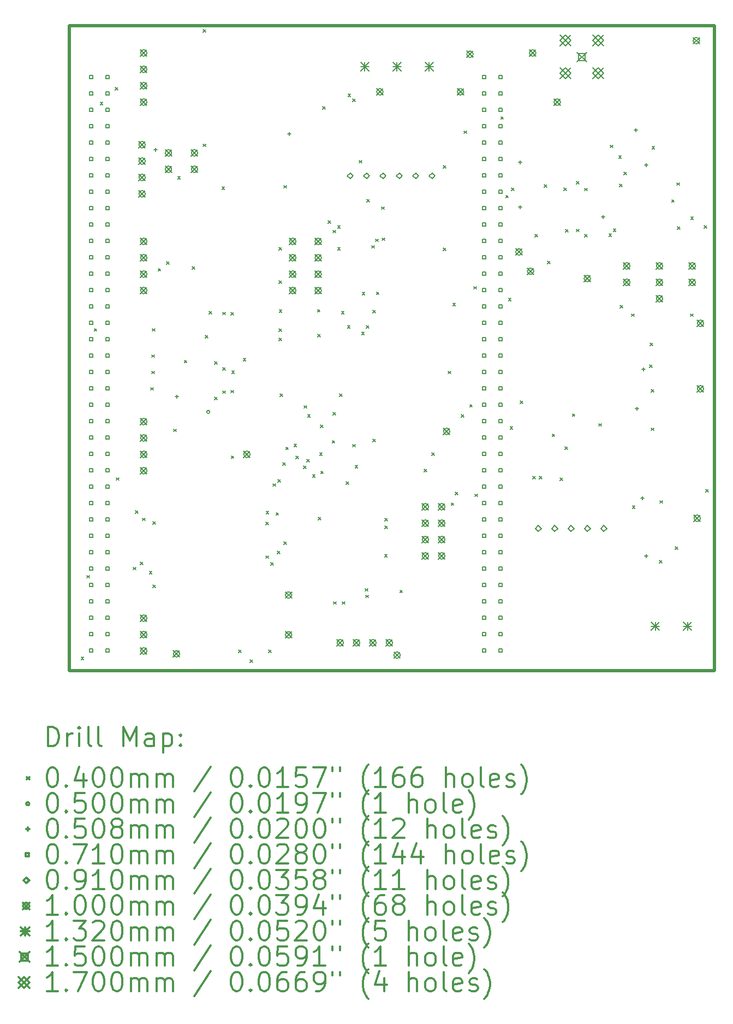
<source format=gbr>
%FSLAX45Y45*%
G04 Gerber Fmt 4.5, Leading zero omitted, Abs format (unit mm)*
G04 Created by KiCad (PCBNEW (5.1.12)-1) date 2021-12-06 17:16:49*
%MOMM*%
%LPD*%
G01*
G04 APERTURE LIST*
%TA.AperFunction,Profile*%
%ADD10C,0.500000*%
%TD*%
%ADD11C,0.200000*%
%ADD12C,0.300000*%
G04 APERTURE END LIST*
D10*
X15199380Y-6563360D02*
X15199380Y-16563360D01*
X5199380Y-6563360D02*
X5199380Y-16563360D01*
X5199380Y-16563360D02*
X15199380Y-16563360D01*
X5199380Y-6563360D02*
X15199380Y-6563360D01*
D11*
X5377810Y-16349600D02*
X5417810Y-16389600D01*
X5417810Y-16349600D02*
X5377810Y-16389600D01*
X5466300Y-15085380D02*
X5506300Y-15125380D01*
X5506300Y-15085380D02*
X5466300Y-15125380D01*
X5581500Y-11256920D02*
X5621500Y-11296920D01*
X5621500Y-11256920D02*
X5581500Y-11296920D01*
X5676020Y-7749540D02*
X5716020Y-7789540D01*
X5716020Y-7749540D02*
X5676020Y-7789540D01*
X5908810Y-7519180D02*
X5948810Y-7559180D01*
X5948810Y-7519180D02*
X5908810Y-7559180D01*
X5924690Y-13568930D02*
X5964690Y-13608930D01*
X5964690Y-13568930D02*
X5924690Y-13608930D01*
X6188840Y-14958380D02*
X6228840Y-14998380D01*
X6228840Y-14958380D02*
X6188840Y-14998380D01*
X6222990Y-14083790D02*
X6262990Y-14123790D01*
X6262990Y-14083790D02*
X6222990Y-14123790D01*
X6295610Y-14879900D02*
X6335610Y-14919900D01*
X6335610Y-14879900D02*
X6295610Y-14919900D01*
X6332910Y-14196380D02*
X6372910Y-14236380D01*
X6372910Y-14196380D02*
X6332910Y-14236380D01*
X6436600Y-15024000D02*
X6476600Y-15064000D01*
X6476600Y-15024000D02*
X6436600Y-15064000D01*
X6457000Y-12172000D02*
X6497000Y-12212000D01*
X6497000Y-12172000D02*
X6457000Y-12212000D01*
X6472240Y-11918000D02*
X6512240Y-11958000D01*
X6512240Y-11918000D02*
X6472240Y-11958000D01*
X6474780Y-11664000D02*
X6514780Y-11704000D01*
X6514780Y-11664000D02*
X6474780Y-11704000D01*
X6486030Y-11256920D02*
X6526030Y-11296920D01*
X6526030Y-11256920D02*
X6486030Y-11296920D01*
X6491210Y-14248230D02*
X6531210Y-14288230D01*
X6531210Y-14248230D02*
X6491210Y-14288230D01*
X6492440Y-15234860D02*
X6532440Y-15274860D01*
X6532440Y-15234860D02*
X6492440Y-15274860D01*
X6571710Y-10327210D02*
X6611710Y-10367210D01*
X6611710Y-10327210D02*
X6571710Y-10367210D01*
X6700780Y-10222850D02*
X6740780Y-10262850D01*
X6740780Y-10222850D02*
X6700780Y-10262850D01*
X6816340Y-12815290D02*
X6856340Y-12855290D01*
X6856340Y-12815290D02*
X6816340Y-12855290D01*
X6876120Y-8901970D02*
X6916120Y-8941970D01*
X6916120Y-8901970D02*
X6876120Y-8941970D01*
X6978160Y-11748290D02*
X7018160Y-11788290D01*
X7018160Y-11748290D02*
X6978160Y-11788290D01*
X7099160Y-10298990D02*
X7139160Y-10338990D01*
X7139160Y-10298990D02*
X7099160Y-10338990D01*
X7267960Y-6622660D02*
X7307960Y-6662660D01*
X7307960Y-6622660D02*
X7267960Y-6662660D01*
X7267960Y-8396870D02*
X7307960Y-8436870D01*
X7307960Y-8396870D02*
X7267960Y-8436870D01*
X7303460Y-11365450D02*
X7343460Y-11405450D01*
X7343460Y-11365450D02*
X7303460Y-11405450D01*
X7366510Y-10992010D02*
X7406510Y-11032010D01*
X7406510Y-10992010D02*
X7366510Y-11032010D01*
X7447600Y-11773200D02*
X7487600Y-11813200D01*
X7487600Y-11773200D02*
X7447600Y-11813200D01*
X7447600Y-12321900D02*
X7487600Y-12361900D01*
X7487600Y-12321900D02*
X7447600Y-12361900D01*
X7562390Y-9062570D02*
X7602390Y-9102570D01*
X7602390Y-9062570D02*
X7562390Y-9102570D01*
X7574600Y-11003600D02*
X7614600Y-11043600D01*
X7614600Y-11003600D02*
X7574600Y-11043600D01*
X7574600Y-11862100D02*
X7614600Y-11902100D01*
X7614600Y-11862100D02*
X7574600Y-11902100D01*
X7574600Y-12222800D02*
X7614600Y-12262800D01*
X7614600Y-12222800D02*
X7574600Y-12262800D01*
X7701600Y-11006100D02*
X7741600Y-11046100D01*
X7741600Y-11006100D02*
X7701600Y-11046100D01*
X7701600Y-12215200D02*
X7741600Y-12255200D01*
X7741600Y-12215200D02*
X7701600Y-12255200D01*
X7705990Y-13230520D02*
X7745990Y-13270520D01*
X7745990Y-13230520D02*
X7705990Y-13270520D01*
X7715370Y-11916900D02*
X7755370Y-11956900D01*
X7755370Y-11916900D02*
X7715370Y-11956900D01*
X7819570Y-16240640D02*
X7859570Y-16280640D01*
X7859570Y-16240640D02*
X7819570Y-16280640D01*
X7893560Y-11717800D02*
X7933560Y-11757800D01*
X7933560Y-11717800D02*
X7893560Y-11757800D01*
X8000670Y-16394940D02*
X8040670Y-16434940D01*
X8040670Y-16394940D02*
X8000670Y-16434940D01*
X8245830Y-14780510D02*
X8285830Y-14820510D01*
X8285830Y-14780510D02*
X8245830Y-14820510D01*
X8247010Y-14257400D02*
X8287010Y-14297400D01*
X8287010Y-14257400D02*
X8247010Y-14297400D01*
X8247920Y-14091580D02*
X8287920Y-14131580D01*
X8287920Y-14091580D02*
X8247920Y-14131580D01*
X8284260Y-16239000D02*
X8324260Y-16279000D01*
X8324260Y-16239000D02*
X8284260Y-16279000D01*
X8322100Y-14886460D02*
X8362100Y-14926460D01*
X8362100Y-14886460D02*
X8322100Y-14926460D01*
X8357210Y-13662170D02*
X8397210Y-13702170D01*
X8397210Y-13662170D02*
X8357210Y-13702170D01*
X8400240Y-14110180D02*
X8440240Y-14150180D01*
X8440240Y-14110180D02*
X8400240Y-14150180D01*
X8423250Y-14705700D02*
X8463250Y-14745700D01*
X8463250Y-14705700D02*
X8423250Y-14745700D01*
X8433280Y-13596760D02*
X8473280Y-13636760D01*
X8473280Y-13596760D02*
X8433280Y-13636760D01*
X8448370Y-10515470D02*
X8488370Y-10555470D01*
X8488370Y-10515470D02*
X8448370Y-10555470D01*
X8449380Y-10003530D02*
X8489380Y-10043530D01*
X8489380Y-10003530D02*
X8449380Y-10043530D01*
X8449600Y-11408940D02*
X8489600Y-11448940D01*
X8489600Y-11408940D02*
X8449600Y-11448940D01*
X8449860Y-11265100D02*
X8489860Y-11305100D01*
X8489860Y-11265100D02*
X8449860Y-11305100D01*
X8451050Y-10964440D02*
X8491050Y-11004440D01*
X8491050Y-10964440D02*
X8451050Y-11004440D01*
X8464870Y-12269530D02*
X8504870Y-12309530D01*
X8504870Y-12269530D02*
X8464870Y-12309530D01*
X8505810Y-13338910D02*
X8545810Y-13378910D01*
X8545810Y-13338910D02*
X8505810Y-13378910D01*
X8522910Y-9039680D02*
X8562910Y-9079680D01*
X8562910Y-9039680D02*
X8522910Y-9079680D01*
X8525950Y-14563980D02*
X8565950Y-14603980D01*
X8565950Y-14563980D02*
X8525950Y-14603980D01*
X8553140Y-13095560D02*
X8593140Y-13135560D01*
X8593140Y-13095560D02*
X8553140Y-13135560D01*
X8681490Y-13046190D02*
X8721490Y-13086190D01*
X8721490Y-13046190D02*
X8681490Y-13086190D01*
X8711000Y-13236290D02*
X8751000Y-13276290D01*
X8751000Y-13236290D02*
X8711000Y-13276290D01*
X8831140Y-13385010D02*
X8871140Y-13425010D01*
X8871140Y-13385010D02*
X8831140Y-13425010D01*
X8837760Y-12450800D02*
X8877760Y-12490800D01*
X8877760Y-12450800D02*
X8837760Y-12490800D01*
X8879680Y-13285930D02*
X8919680Y-13325930D01*
X8919680Y-13285930D02*
X8879680Y-13325930D01*
X8893260Y-12590140D02*
X8933260Y-12630140D01*
X8933260Y-12590140D02*
X8893260Y-12630140D01*
X8968280Y-13523150D02*
X9008280Y-13563150D01*
X9008280Y-13523150D02*
X8968280Y-13563150D01*
X9044380Y-10961220D02*
X9084380Y-11001220D01*
X9084380Y-10961220D02*
X9044380Y-11001220D01*
X9046100Y-11347680D02*
X9086100Y-11387680D01*
X9086100Y-11347680D02*
X9046100Y-11387680D01*
X9055410Y-14181870D02*
X9095410Y-14221870D01*
X9095410Y-14181870D02*
X9055410Y-14221870D01*
X9078630Y-13182120D02*
X9118630Y-13222120D01*
X9118630Y-13182120D02*
X9078630Y-13222120D01*
X9089410Y-12751100D02*
X9129410Y-12791100D01*
X9129410Y-12751100D02*
X9089410Y-12791100D01*
X9096040Y-13467000D02*
X9136040Y-13507000D01*
X9136040Y-13467000D02*
X9096040Y-13507000D01*
X9123220Y-7819230D02*
X9163220Y-7859230D01*
X9163220Y-7819230D02*
X9123220Y-7859230D01*
X9208300Y-9588360D02*
X9248300Y-9628360D01*
X9248300Y-9588360D02*
X9208300Y-9628360D01*
X9273390Y-12994260D02*
X9313390Y-13034260D01*
X9313390Y-12994260D02*
X9273390Y-13034260D01*
X9283650Y-9734770D02*
X9323650Y-9774770D01*
X9323650Y-9734770D02*
X9283650Y-9774770D01*
X9284890Y-12555060D02*
X9324890Y-12595060D01*
X9324890Y-12555060D02*
X9284890Y-12595060D01*
X9296520Y-15491510D02*
X9336520Y-15531510D01*
X9336520Y-15491510D02*
X9296520Y-15531510D01*
X9357370Y-9664360D02*
X9397370Y-9704360D01*
X9397370Y-9664360D02*
X9357370Y-9704360D01*
X9357370Y-10003530D02*
X9397370Y-10043530D01*
X9397370Y-10003530D02*
X9357370Y-10043530D01*
X9385130Y-12269530D02*
X9425130Y-12309530D01*
X9425130Y-12269530D02*
X9385130Y-12309530D01*
X9418290Y-10989410D02*
X9458290Y-11029410D01*
X9458290Y-10989410D02*
X9418290Y-11029410D01*
X9428030Y-15492430D02*
X9468030Y-15532430D01*
X9468030Y-15492430D02*
X9428030Y-15532430D01*
X9488980Y-13635790D02*
X9528980Y-13675790D01*
X9528980Y-13635790D02*
X9488980Y-13675790D01*
X9511430Y-11213390D02*
X9551430Y-11253390D01*
X9551430Y-11213390D02*
X9511430Y-11253390D01*
X9519700Y-7622280D02*
X9559700Y-7662280D01*
X9559700Y-7622280D02*
X9519700Y-7662280D01*
X9590210Y-13052500D02*
X9630210Y-13092500D01*
X9630210Y-13052500D02*
X9590210Y-13092500D01*
X9593790Y-7697780D02*
X9633790Y-7737780D01*
X9633790Y-7697780D02*
X9593790Y-7737780D01*
X9629270Y-13379850D02*
X9669270Y-13419850D01*
X9669270Y-13379850D02*
X9629270Y-13419850D01*
X9692030Y-8649930D02*
X9732030Y-8689930D01*
X9732030Y-8649930D02*
X9692030Y-8689930D01*
X9730440Y-11312700D02*
X9770440Y-11352700D01*
X9770440Y-11312700D02*
X9730440Y-11352700D01*
X9738370Y-10694100D02*
X9778370Y-10734100D01*
X9778370Y-10694100D02*
X9738370Y-10734100D01*
X9783340Y-15289280D02*
X9823340Y-15329280D01*
X9823340Y-15289280D02*
X9783340Y-15329280D01*
X9792900Y-15389670D02*
X9832900Y-15429670D01*
X9832900Y-15389670D02*
X9792900Y-15429670D01*
X9804180Y-11211650D02*
X9844180Y-11251650D01*
X9844180Y-11211650D02*
X9804180Y-11251650D01*
X9811360Y-9253390D02*
X9851360Y-9293390D01*
X9851360Y-9253390D02*
X9811360Y-9293390D01*
X9884490Y-9969900D02*
X9924490Y-10009900D01*
X9924490Y-9969900D02*
X9884490Y-10009900D01*
X9902750Y-10975100D02*
X9942750Y-11015100D01*
X9942750Y-10975100D02*
X9902750Y-11015100D01*
X9902750Y-12973490D02*
X9942750Y-13013490D01*
X9942750Y-12973490D02*
X9902750Y-13013490D01*
X9948810Y-9869460D02*
X9988810Y-9909460D01*
X9988810Y-9869460D02*
X9948810Y-9909460D01*
X9959300Y-10690200D02*
X9999300Y-10730200D01*
X9999300Y-10690200D02*
X9959300Y-10730200D01*
X10040000Y-9370380D02*
X10080000Y-9410380D01*
X10080000Y-9370380D02*
X10040000Y-9410380D01*
X10048850Y-9852340D02*
X10088850Y-9892340D01*
X10088850Y-9852340D02*
X10048850Y-9892340D01*
X10086610Y-14759940D02*
X10126610Y-14799940D01*
X10126610Y-14759940D02*
X10086610Y-14799940D01*
X10087550Y-14199300D02*
X10127550Y-14239300D01*
X10127550Y-14199300D02*
X10087550Y-14239300D01*
X10089270Y-14321170D02*
X10129270Y-14361170D01*
X10129270Y-14321170D02*
X10089270Y-14361170D01*
X10324010Y-15312910D02*
X10364010Y-15352910D01*
X10364010Y-15312910D02*
X10324010Y-15352910D01*
X10698800Y-13436920D02*
X10738800Y-13476920D01*
X10738800Y-13436920D02*
X10698800Y-13476920D01*
X10816340Y-13184880D02*
X10856340Y-13224880D01*
X10856340Y-13184880D02*
X10816340Y-13224880D01*
X10998880Y-8733120D02*
X11038880Y-8773120D01*
X11038880Y-8733120D02*
X10998880Y-8773120D01*
X10998880Y-10008070D02*
X11038880Y-10048070D01*
X11038880Y-10008070D02*
X10998880Y-10048070D01*
X11072640Y-11918390D02*
X11112640Y-11958390D01*
X11112640Y-11918390D02*
X11072640Y-11958390D01*
X11119830Y-13959140D02*
X11159830Y-13999140D01*
X11159830Y-13959140D02*
X11119830Y-13999140D01*
X11145180Y-10864940D02*
X11185180Y-10904940D01*
X11185180Y-10864940D02*
X11145180Y-10904940D01*
X11184720Y-13791910D02*
X11224720Y-13831910D01*
X11224720Y-13791910D02*
X11184720Y-13831910D01*
X11276750Y-12593420D02*
X11316750Y-12633420D01*
X11316750Y-12593420D02*
X11276750Y-12633420D01*
X11319650Y-8193810D02*
X11359650Y-8233810D01*
X11359650Y-8193810D02*
X11319650Y-8233810D01*
X11405880Y-12434820D02*
X11445880Y-12474820D01*
X11445880Y-12434820D02*
X11405880Y-12474820D01*
X11470020Y-10605890D02*
X11510020Y-10645890D01*
X11510020Y-10605890D02*
X11470020Y-10645890D01*
X11486150Y-13823040D02*
X11526150Y-13863040D01*
X11526150Y-13823040D02*
X11486150Y-13863040D01*
X11888900Y-7973380D02*
X11928900Y-8013380D01*
X11928900Y-7973380D02*
X11888900Y-8013380D01*
X11966310Y-9191300D02*
X12006310Y-9231300D01*
X12006310Y-9191300D02*
X11966310Y-9231300D01*
X12007080Y-10785360D02*
X12047080Y-10825360D01*
X12047080Y-10785360D02*
X12007080Y-10825360D01*
X12034020Y-12779500D02*
X12074020Y-12819500D01*
X12074020Y-12779500D02*
X12034020Y-12819500D01*
X12052660Y-9076950D02*
X12092660Y-9116950D01*
X12092660Y-9076950D02*
X12052660Y-9116950D01*
X12187610Y-12379090D02*
X12227610Y-12419090D01*
X12227610Y-12379090D02*
X12187610Y-12419090D01*
X12383070Y-13550120D02*
X12423070Y-13590120D01*
X12423070Y-13550120D02*
X12383070Y-13590120D01*
X12419300Y-9796020D02*
X12459300Y-9836020D01*
X12459300Y-9796020D02*
X12419300Y-9836020D01*
X12484470Y-13548940D02*
X12524470Y-13588940D01*
X12524470Y-13548940D02*
X12484470Y-13588940D01*
X12562980Y-9027000D02*
X12602980Y-9067000D01*
X12602980Y-9027000D02*
X12562980Y-9067000D01*
X12616070Y-10210460D02*
X12656070Y-10250460D01*
X12656070Y-10210460D02*
X12616070Y-10250460D01*
X12684490Y-12892190D02*
X12724490Y-12932190D01*
X12724490Y-12892190D02*
X12684490Y-12932190D01*
X12806480Y-13572970D02*
X12846480Y-13612970D01*
X12846480Y-13572970D02*
X12806480Y-13612970D01*
X12870160Y-9077000D02*
X12910160Y-9117000D01*
X12910160Y-9077000D02*
X12870160Y-9117000D01*
X12885090Y-13092780D02*
X12925090Y-13132780D01*
X12925090Y-13092780D02*
X12885090Y-13132780D01*
X12892690Y-9719810D02*
X12932690Y-9759810D01*
X12932690Y-9719810D02*
X12892690Y-9759810D01*
X12998460Y-12578210D02*
X13038460Y-12618210D01*
X13038460Y-12578210D02*
X12998460Y-12618210D01*
X13063710Y-8977000D02*
X13103710Y-9017000D01*
X13103710Y-8977000D02*
X13063710Y-9017000D01*
X13063710Y-9717500D02*
X13103710Y-9757500D01*
X13103710Y-9717500D02*
X13063710Y-9757500D01*
X13189690Y-9081380D02*
X13229690Y-9121380D01*
X13229690Y-9081380D02*
X13189690Y-9121380D01*
X13189690Y-9796020D02*
X13229690Y-9836020D01*
X13229690Y-9796020D02*
X13189690Y-9836020D01*
X13409120Y-12731480D02*
X13449120Y-12771480D01*
X13449120Y-12731480D02*
X13409120Y-12771480D01*
X13564800Y-9788060D02*
X13604800Y-9828060D01*
X13604800Y-9788060D02*
X13564800Y-9828060D01*
X13588920Y-8412980D02*
X13628920Y-8452980D01*
X13628920Y-8412980D02*
X13588920Y-8452980D01*
X13633960Y-9711830D02*
X13673960Y-9751830D01*
X13673960Y-9711830D02*
X13633960Y-9751830D01*
X13717960Y-8575360D02*
X13757960Y-8615360D01*
X13757960Y-8575360D02*
X13717960Y-8615360D01*
X13727900Y-9019860D02*
X13767900Y-9059860D01*
X13767900Y-9019860D02*
X13727900Y-9059860D01*
X13741620Y-10897640D02*
X13781620Y-10937640D01*
X13781620Y-10897640D02*
X13741620Y-10937640D01*
X13796740Y-8829360D02*
X13836740Y-8869360D01*
X13836740Y-8829360D02*
X13796740Y-8869360D01*
X13919480Y-11030070D02*
X13959480Y-11070070D01*
X13959480Y-11030070D02*
X13919480Y-11070070D01*
X13930000Y-14005000D02*
X13970000Y-14045000D01*
X13970000Y-14005000D02*
X13930000Y-14045000D01*
X14196770Y-11824030D02*
X14236770Y-11864030D01*
X14236770Y-11824030D02*
X14196770Y-11864030D01*
X14205040Y-11482150D02*
X14245040Y-11522150D01*
X14245040Y-11482150D02*
X14205040Y-11522150D01*
X14222800Y-12203020D02*
X14262800Y-12243020D01*
X14262800Y-12203020D02*
X14222800Y-12243020D01*
X14222800Y-12799540D02*
X14262800Y-12839540D01*
X14262800Y-12799540D02*
X14222800Y-12839540D01*
X14234010Y-8435790D02*
X14274010Y-8475790D01*
X14274010Y-8435790D02*
X14234010Y-8475790D01*
X14350700Y-14853100D02*
X14390700Y-14893100D01*
X14390700Y-14853100D02*
X14350700Y-14893100D01*
X14356400Y-13924600D02*
X14396400Y-13964600D01*
X14396400Y-13924600D02*
X14356400Y-13964600D01*
X14538880Y-9259500D02*
X14578880Y-9299500D01*
X14578880Y-9259500D02*
X14538880Y-9299500D01*
X14593300Y-14639500D02*
X14633300Y-14679500D01*
X14633300Y-14639500D02*
X14593300Y-14679500D01*
X14619400Y-8997000D02*
X14659400Y-9037000D01*
X14659400Y-8997000D02*
X14619400Y-9037000D01*
X14631240Y-9676790D02*
X14671240Y-9716790D01*
X14671240Y-9676790D02*
X14631240Y-9716790D01*
X14832000Y-11030070D02*
X14872000Y-11070070D01*
X14872000Y-11030070D02*
X14832000Y-11070070D01*
X14836730Y-9526930D02*
X14876730Y-9566930D01*
X14876730Y-9526930D02*
X14836730Y-9566930D01*
X15042700Y-9659870D02*
X15082700Y-9699870D01*
X15082700Y-9659870D02*
X15042700Y-9699870D01*
X15070200Y-13749320D02*
X15110200Y-13789320D01*
X15110200Y-13749320D02*
X15070200Y-13789320D01*
X7375000Y-12550000D02*
G75*
G03*
X7375000Y-12550000I-25000J0D01*
G01*
X6529070Y-8458870D02*
X6529070Y-8509670D01*
X6503670Y-8484270D02*
X6554470Y-8484270D01*
X6863250Y-12283850D02*
X6863250Y-12334650D01*
X6837850Y-12309250D02*
X6888650Y-12309250D01*
X8611570Y-8210510D02*
X8611570Y-8261310D01*
X8586170Y-8235910D02*
X8636970Y-8235910D01*
X12187500Y-8654600D02*
X12187500Y-8705400D01*
X12162100Y-8680000D02*
X12212900Y-8680000D01*
X12187500Y-9347100D02*
X12187500Y-9397900D01*
X12162100Y-9372500D02*
X12212900Y-9372500D01*
X13475270Y-9499600D02*
X13475270Y-9550400D01*
X13449870Y-9525000D02*
X13500670Y-9525000D01*
X13987500Y-8151830D02*
X13987500Y-8202630D01*
X13962100Y-8177230D02*
X14012900Y-8177230D01*
X14000000Y-12474600D02*
X14000000Y-12525400D01*
X13974600Y-12500000D02*
X14025400Y-12500000D01*
X14086800Y-13863300D02*
X14086800Y-13914100D01*
X14061400Y-13888700D02*
X14112200Y-13888700D01*
X14104800Y-11859500D02*
X14104800Y-11910300D01*
X14079400Y-11884900D02*
X14130200Y-11884900D01*
X14146000Y-14760600D02*
X14146000Y-14811400D01*
X14120600Y-14786000D02*
X14171400Y-14786000D01*
X14148100Y-8696960D02*
X14148100Y-8747760D01*
X14122700Y-8722360D02*
X14173500Y-8722360D01*
X5557223Y-7383482D02*
X5557223Y-7333277D01*
X5507018Y-7333277D01*
X5507018Y-7383482D01*
X5557223Y-7383482D01*
X5557223Y-7637482D02*
X5557223Y-7587277D01*
X5507018Y-7587277D01*
X5507018Y-7637482D01*
X5557223Y-7637482D01*
X5557223Y-7891482D02*
X5557223Y-7841277D01*
X5507018Y-7841277D01*
X5507018Y-7891482D01*
X5557223Y-7891482D01*
X5557223Y-8145482D02*
X5557223Y-8095277D01*
X5507018Y-8095277D01*
X5507018Y-8145482D01*
X5557223Y-8145482D01*
X5557223Y-8399483D02*
X5557223Y-8349277D01*
X5507018Y-8349277D01*
X5507018Y-8399483D01*
X5557223Y-8399483D01*
X5557223Y-8653483D02*
X5557223Y-8603278D01*
X5507018Y-8603278D01*
X5507018Y-8653483D01*
X5557223Y-8653483D01*
X5557223Y-8907483D02*
X5557223Y-8857278D01*
X5507018Y-8857278D01*
X5507018Y-8907483D01*
X5557223Y-8907483D01*
X5557223Y-9161483D02*
X5557223Y-9111278D01*
X5507018Y-9111278D01*
X5507018Y-9161483D01*
X5557223Y-9161483D01*
X5557223Y-9415483D02*
X5557223Y-9365278D01*
X5507018Y-9365278D01*
X5507018Y-9415483D01*
X5557223Y-9415483D01*
X5557223Y-9669483D02*
X5557223Y-9619278D01*
X5507018Y-9619278D01*
X5507018Y-9669483D01*
X5557223Y-9669483D01*
X5557223Y-9923483D02*
X5557223Y-9873278D01*
X5507018Y-9873278D01*
X5507018Y-9923483D01*
X5557223Y-9923483D01*
X5557223Y-10177483D02*
X5557223Y-10127278D01*
X5507018Y-10127278D01*
X5507018Y-10177483D01*
X5557223Y-10177483D01*
X5557223Y-10431483D02*
X5557223Y-10381278D01*
X5507018Y-10381278D01*
X5507018Y-10431483D01*
X5557223Y-10431483D01*
X5557223Y-10685483D02*
X5557223Y-10635278D01*
X5507018Y-10635278D01*
X5507018Y-10685483D01*
X5557223Y-10685483D01*
X5557223Y-10939483D02*
X5557223Y-10889278D01*
X5507018Y-10889278D01*
X5507018Y-10939483D01*
X5557223Y-10939483D01*
X5557223Y-11193482D02*
X5557223Y-11143278D01*
X5507018Y-11143278D01*
X5507018Y-11193482D01*
X5557223Y-11193482D01*
X5557223Y-11447482D02*
X5557223Y-11397277D01*
X5507018Y-11397277D01*
X5507018Y-11447482D01*
X5557223Y-11447482D01*
X5557223Y-11701482D02*
X5557223Y-11651277D01*
X5507018Y-11651277D01*
X5507018Y-11701482D01*
X5557223Y-11701482D01*
X5557223Y-11955482D02*
X5557223Y-11905277D01*
X5507018Y-11905277D01*
X5507018Y-11955482D01*
X5557223Y-11955482D01*
X5557223Y-12209482D02*
X5557223Y-12159277D01*
X5507018Y-12159277D01*
X5507018Y-12209482D01*
X5557223Y-12209482D01*
X5557223Y-12463482D02*
X5557223Y-12413277D01*
X5507018Y-12413277D01*
X5507018Y-12463482D01*
X5557223Y-12463482D01*
X5557223Y-12717482D02*
X5557223Y-12667277D01*
X5507018Y-12667277D01*
X5507018Y-12717482D01*
X5557223Y-12717482D01*
X5557223Y-12971482D02*
X5557223Y-12921277D01*
X5507018Y-12921277D01*
X5507018Y-12971482D01*
X5557223Y-12971482D01*
X5557223Y-13225482D02*
X5557223Y-13175277D01*
X5507018Y-13175277D01*
X5507018Y-13225482D01*
X5557223Y-13225482D01*
X5557223Y-13479482D02*
X5557223Y-13429277D01*
X5507018Y-13429277D01*
X5507018Y-13479482D01*
X5557223Y-13479482D01*
X5557223Y-13733482D02*
X5557223Y-13683277D01*
X5507018Y-13683277D01*
X5507018Y-13733482D01*
X5557223Y-13733482D01*
X5557223Y-13987482D02*
X5557223Y-13937277D01*
X5507018Y-13937277D01*
X5507018Y-13987482D01*
X5557223Y-13987482D01*
X5557223Y-14241482D02*
X5557223Y-14191277D01*
X5507018Y-14191277D01*
X5507018Y-14241482D01*
X5557223Y-14241482D01*
X5557223Y-14495482D02*
X5557223Y-14445277D01*
X5507018Y-14445277D01*
X5507018Y-14495482D01*
X5557223Y-14495482D01*
X5557223Y-14749482D02*
X5557223Y-14699277D01*
X5507018Y-14699277D01*
X5507018Y-14749482D01*
X5557223Y-14749482D01*
X5557223Y-15003482D02*
X5557223Y-14953277D01*
X5507018Y-14953277D01*
X5507018Y-15003482D01*
X5557223Y-15003482D01*
X5557223Y-15257482D02*
X5557223Y-15207277D01*
X5507018Y-15207277D01*
X5507018Y-15257482D01*
X5557223Y-15257482D01*
X5557223Y-15511482D02*
X5557223Y-15461277D01*
X5507018Y-15461277D01*
X5507018Y-15511482D01*
X5557223Y-15511482D01*
X5557223Y-15765482D02*
X5557223Y-15715277D01*
X5507018Y-15715277D01*
X5507018Y-15765482D01*
X5557223Y-15765482D01*
X5557223Y-16019482D02*
X5557223Y-15969277D01*
X5507018Y-15969277D01*
X5507018Y-16019482D01*
X5557223Y-16019482D01*
X5557223Y-16273482D02*
X5557223Y-16223277D01*
X5507018Y-16223277D01*
X5507018Y-16273482D01*
X5557223Y-16273482D01*
X5811222Y-7383482D02*
X5811222Y-7333277D01*
X5761017Y-7333277D01*
X5761017Y-7383482D01*
X5811222Y-7383482D01*
X5811222Y-7637482D02*
X5811222Y-7587277D01*
X5761017Y-7587277D01*
X5761017Y-7637482D01*
X5811222Y-7637482D01*
X5811222Y-7891482D02*
X5811222Y-7841277D01*
X5761017Y-7841277D01*
X5761017Y-7891482D01*
X5811222Y-7891482D01*
X5811222Y-8145482D02*
X5811222Y-8095277D01*
X5761017Y-8095277D01*
X5761017Y-8145482D01*
X5811222Y-8145482D01*
X5811222Y-8399483D02*
X5811222Y-8349277D01*
X5761017Y-8349277D01*
X5761017Y-8399483D01*
X5811222Y-8399483D01*
X5811222Y-8653483D02*
X5811222Y-8603278D01*
X5761017Y-8603278D01*
X5761017Y-8653483D01*
X5811222Y-8653483D01*
X5811222Y-8907483D02*
X5811222Y-8857278D01*
X5761017Y-8857278D01*
X5761017Y-8907483D01*
X5811222Y-8907483D01*
X5811222Y-9161483D02*
X5811222Y-9111278D01*
X5761017Y-9111278D01*
X5761017Y-9161483D01*
X5811222Y-9161483D01*
X5811222Y-9415483D02*
X5811222Y-9365278D01*
X5761017Y-9365278D01*
X5761017Y-9415483D01*
X5811222Y-9415483D01*
X5811222Y-9669483D02*
X5811222Y-9619278D01*
X5761017Y-9619278D01*
X5761017Y-9669483D01*
X5811222Y-9669483D01*
X5811222Y-9923483D02*
X5811222Y-9873278D01*
X5761017Y-9873278D01*
X5761017Y-9923483D01*
X5811222Y-9923483D01*
X5811222Y-10177483D02*
X5811222Y-10127278D01*
X5761017Y-10127278D01*
X5761017Y-10177483D01*
X5811222Y-10177483D01*
X5811222Y-10431483D02*
X5811222Y-10381278D01*
X5761017Y-10381278D01*
X5761017Y-10431483D01*
X5811222Y-10431483D01*
X5811222Y-10685483D02*
X5811222Y-10635278D01*
X5761017Y-10635278D01*
X5761017Y-10685483D01*
X5811222Y-10685483D01*
X5811222Y-10939483D02*
X5811222Y-10889278D01*
X5761017Y-10889278D01*
X5761017Y-10939483D01*
X5811222Y-10939483D01*
X5811222Y-11193482D02*
X5811222Y-11143278D01*
X5761017Y-11143278D01*
X5761017Y-11193482D01*
X5811222Y-11193482D01*
X5811222Y-11447482D02*
X5811222Y-11397277D01*
X5761017Y-11397277D01*
X5761017Y-11447482D01*
X5811222Y-11447482D01*
X5811222Y-11701482D02*
X5811222Y-11651277D01*
X5761017Y-11651277D01*
X5761017Y-11701482D01*
X5811222Y-11701482D01*
X5811222Y-11955482D02*
X5811222Y-11905277D01*
X5761017Y-11905277D01*
X5761017Y-11955482D01*
X5811222Y-11955482D01*
X5811222Y-12209482D02*
X5811222Y-12159277D01*
X5761017Y-12159277D01*
X5761017Y-12209482D01*
X5811222Y-12209482D01*
X5811222Y-12463482D02*
X5811222Y-12413277D01*
X5761017Y-12413277D01*
X5761017Y-12463482D01*
X5811222Y-12463482D01*
X5811222Y-12717482D02*
X5811222Y-12667277D01*
X5761017Y-12667277D01*
X5761017Y-12717482D01*
X5811222Y-12717482D01*
X5811222Y-12971482D02*
X5811222Y-12921277D01*
X5761017Y-12921277D01*
X5761017Y-12971482D01*
X5811222Y-12971482D01*
X5811222Y-13225482D02*
X5811222Y-13175277D01*
X5761017Y-13175277D01*
X5761017Y-13225482D01*
X5811222Y-13225482D01*
X5811222Y-13479482D02*
X5811222Y-13429277D01*
X5761017Y-13429277D01*
X5761017Y-13479482D01*
X5811222Y-13479482D01*
X5811222Y-13733482D02*
X5811222Y-13683277D01*
X5761017Y-13683277D01*
X5761017Y-13733482D01*
X5811222Y-13733482D01*
X5811222Y-13987482D02*
X5811222Y-13937277D01*
X5761017Y-13937277D01*
X5761017Y-13987482D01*
X5811222Y-13987482D01*
X5811222Y-14241482D02*
X5811222Y-14191277D01*
X5761017Y-14191277D01*
X5761017Y-14241482D01*
X5811222Y-14241482D01*
X5811222Y-14495482D02*
X5811222Y-14445277D01*
X5761017Y-14445277D01*
X5761017Y-14495482D01*
X5811222Y-14495482D01*
X5811222Y-14749482D02*
X5811222Y-14699277D01*
X5761017Y-14699277D01*
X5761017Y-14749482D01*
X5811222Y-14749482D01*
X5811222Y-15003482D02*
X5811222Y-14953277D01*
X5761017Y-14953277D01*
X5761017Y-15003482D01*
X5811222Y-15003482D01*
X5811222Y-15257482D02*
X5811222Y-15207277D01*
X5761017Y-15207277D01*
X5761017Y-15257482D01*
X5811222Y-15257482D01*
X5811222Y-15511482D02*
X5811222Y-15461277D01*
X5761017Y-15461277D01*
X5761017Y-15511482D01*
X5811222Y-15511482D01*
X5811222Y-15765482D02*
X5811222Y-15715277D01*
X5761017Y-15715277D01*
X5761017Y-15765482D01*
X5811222Y-15765482D01*
X5811222Y-16019482D02*
X5811222Y-15969277D01*
X5761017Y-15969277D01*
X5761017Y-16019482D01*
X5811222Y-16019482D01*
X5811222Y-16273482D02*
X5811222Y-16223277D01*
X5761017Y-16223277D01*
X5761017Y-16273482D01*
X5811222Y-16273482D01*
X11653202Y-7383482D02*
X11653202Y-7333277D01*
X11602997Y-7333277D01*
X11602997Y-7383482D01*
X11653202Y-7383482D01*
X11653202Y-7637482D02*
X11653202Y-7587277D01*
X11602997Y-7587277D01*
X11602997Y-7637482D01*
X11653202Y-7637482D01*
X11653202Y-7891482D02*
X11653202Y-7841277D01*
X11602997Y-7841277D01*
X11602997Y-7891482D01*
X11653202Y-7891482D01*
X11653202Y-8145482D02*
X11653202Y-8095277D01*
X11602997Y-8095277D01*
X11602997Y-8145482D01*
X11653202Y-8145482D01*
X11653202Y-8399483D02*
X11653202Y-8349277D01*
X11602997Y-8349277D01*
X11602997Y-8399483D01*
X11653202Y-8399483D01*
X11653202Y-8653483D02*
X11653202Y-8603278D01*
X11602997Y-8603278D01*
X11602997Y-8653483D01*
X11653202Y-8653483D01*
X11653202Y-8907483D02*
X11653202Y-8857278D01*
X11602997Y-8857278D01*
X11602997Y-8907483D01*
X11653202Y-8907483D01*
X11653202Y-9161483D02*
X11653202Y-9111278D01*
X11602997Y-9111278D01*
X11602997Y-9161483D01*
X11653202Y-9161483D01*
X11653202Y-9415483D02*
X11653202Y-9365278D01*
X11602997Y-9365278D01*
X11602997Y-9415483D01*
X11653202Y-9415483D01*
X11653202Y-9669483D02*
X11653202Y-9619278D01*
X11602997Y-9619278D01*
X11602997Y-9669483D01*
X11653202Y-9669483D01*
X11653202Y-9923483D02*
X11653202Y-9873278D01*
X11602997Y-9873278D01*
X11602997Y-9923483D01*
X11653202Y-9923483D01*
X11653202Y-10177483D02*
X11653202Y-10127278D01*
X11602997Y-10127278D01*
X11602997Y-10177483D01*
X11653202Y-10177483D01*
X11653202Y-10431483D02*
X11653202Y-10381278D01*
X11602997Y-10381278D01*
X11602997Y-10431483D01*
X11653202Y-10431483D01*
X11653202Y-10685483D02*
X11653202Y-10635278D01*
X11602997Y-10635278D01*
X11602997Y-10685483D01*
X11653202Y-10685483D01*
X11653202Y-10939483D02*
X11653202Y-10889278D01*
X11602997Y-10889278D01*
X11602997Y-10939483D01*
X11653202Y-10939483D01*
X11653202Y-11193482D02*
X11653202Y-11143278D01*
X11602997Y-11143278D01*
X11602997Y-11193482D01*
X11653202Y-11193482D01*
X11653202Y-11447482D02*
X11653202Y-11397277D01*
X11602997Y-11397277D01*
X11602997Y-11447482D01*
X11653202Y-11447482D01*
X11653202Y-11701482D02*
X11653202Y-11651277D01*
X11602997Y-11651277D01*
X11602997Y-11701482D01*
X11653202Y-11701482D01*
X11653202Y-11955482D02*
X11653202Y-11905277D01*
X11602997Y-11905277D01*
X11602997Y-11955482D01*
X11653202Y-11955482D01*
X11653202Y-12209482D02*
X11653202Y-12159277D01*
X11602997Y-12159277D01*
X11602997Y-12209482D01*
X11653202Y-12209482D01*
X11653202Y-12463482D02*
X11653202Y-12413277D01*
X11602997Y-12413277D01*
X11602997Y-12463482D01*
X11653202Y-12463482D01*
X11653202Y-12717482D02*
X11653202Y-12667277D01*
X11602997Y-12667277D01*
X11602997Y-12717482D01*
X11653202Y-12717482D01*
X11653202Y-12971482D02*
X11653202Y-12921277D01*
X11602997Y-12921277D01*
X11602997Y-12971482D01*
X11653202Y-12971482D01*
X11653202Y-13225482D02*
X11653202Y-13175277D01*
X11602997Y-13175277D01*
X11602997Y-13225482D01*
X11653202Y-13225482D01*
X11653202Y-13479482D02*
X11653202Y-13429277D01*
X11602997Y-13429277D01*
X11602997Y-13479482D01*
X11653202Y-13479482D01*
X11653202Y-13733482D02*
X11653202Y-13683277D01*
X11602997Y-13683277D01*
X11602997Y-13733482D01*
X11653202Y-13733482D01*
X11653202Y-13987482D02*
X11653202Y-13937277D01*
X11602997Y-13937277D01*
X11602997Y-13987482D01*
X11653202Y-13987482D01*
X11653202Y-14241482D02*
X11653202Y-14191277D01*
X11602997Y-14191277D01*
X11602997Y-14241482D01*
X11653202Y-14241482D01*
X11653202Y-14495482D02*
X11653202Y-14445277D01*
X11602997Y-14445277D01*
X11602997Y-14495482D01*
X11653202Y-14495482D01*
X11653202Y-14749482D02*
X11653202Y-14699277D01*
X11602997Y-14699277D01*
X11602997Y-14749482D01*
X11653202Y-14749482D01*
X11653202Y-15003482D02*
X11653202Y-14953277D01*
X11602997Y-14953277D01*
X11602997Y-15003482D01*
X11653202Y-15003482D01*
X11653202Y-15257482D02*
X11653202Y-15207277D01*
X11602997Y-15207277D01*
X11602997Y-15257482D01*
X11653202Y-15257482D01*
X11653202Y-15511482D02*
X11653202Y-15461277D01*
X11602997Y-15461277D01*
X11602997Y-15511482D01*
X11653202Y-15511482D01*
X11653202Y-15765482D02*
X11653202Y-15715277D01*
X11602997Y-15715277D01*
X11602997Y-15765482D01*
X11653202Y-15765482D01*
X11653202Y-16019482D02*
X11653202Y-15969277D01*
X11602997Y-15969277D01*
X11602997Y-16019482D01*
X11653202Y-16019482D01*
X11653202Y-16273482D02*
X11653202Y-16223277D01*
X11602997Y-16223277D01*
X11602997Y-16273482D01*
X11653202Y-16273482D01*
X11907202Y-7383482D02*
X11907202Y-7333277D01*
X11856997Y-7333277D01*
X11856997Y-7383482D01*
X11907202Y-7383482D01*
X11907202Y-7637482D02*
X11907202Y-7587277D01*
X11856997Y-7587277D01*
X11856997Y-7637482D01*
X11907202Y-7637482D01*
X11907202Y-7891482D02*
X11907202Y-7841277D01*
X11856997Y-7841277D01*
X11856997Y-7891482D01*
X11907202Y-7891482D01*
X11907202Y-8145482D02*
X11907202Y-8095277D01*
X11856997Y-8095277D01*
X11856997Y-8145482D01*
X11907202Y-8145482D01*
X11907202Y-8399483D02*
X11907202Y-8349277D01*
X11856997Y-8349277D01*
X11856997Y-8399483D01*
X11907202Y-8399483D01*
X11907202Y-8653483D02*
X11907202Y-8603278D01*
X11856997Y-8603278D01*
X11856997Y-8653483D01*
X11907202Y-8653483D01*
X11907202Y-8907483D02*
X11907202Y-8857278D01*
X11856997Y-8857278D01*
X11856997Y-8907483D01*
X11907202Y-8907483D01*
X11907202Y-9161483D02*
X11907202Y-9111278D01*
X11856997Y-9111278D01*
X11856997Y-9161483D01*
X11907202Y-9161483D01*
X11907202Y-9415483D02*
X11907202Y-9365278D01*
X11856997Y-9365278D01*
X11856997Y-9415483D01*
X11907202Y-9415483D01*
X11907202Y-9669483D02*
X11907202Y-9619278D01*
X11856997Y-9619278D01*
X11856997Y-9669483D01*
X11907202Y-9669483D01*
X11907202Y-9923483D02*
X11907202Y-9873278D01*
X11856997Y-9873278D01*
X11856997Y-9923483D01*
X11907202Y-9923483D01*
X11907202Y-10177483D02*
X11907202Y-10127278D01*
X11856997Y-10127278D01*
X11856997Y-10177483D01*
X11907202Y-10177483D01*
X11907202Y-10431483D02*
X11907202Y-10381278D01*
X11856997Y-10381278D01*
X11856997Y-10431483D01*
X11907202Y-10431483D01*
X11907202Y-10685483D02*
X11907202Y-10635278D01*
X11856997Y-10635278D01*
X11856997Y-10685483D01*
X11907202Y-10685483D01*
X11907202Y-10939483D02*
X11907202Y-10889278D01*
X11856997Y-10889278D01*
X11856997Y-10939483D01*
X11907202Y-10939483D01*
X11907202Y-11193482D02*
X11907202Y-11143278D01*
X11856997Y-11143278D01*
X11856997Y-11193482D01*
X11907202Y-11193482D01*
X11907202Y-11447482D02*
X11907202Y-11397277D01*
X11856997Y-11397277D01*
X11856997Y-11447482D01*
X11907202Y-11447482D01*
X11907202Y-11701482D02*
X11907202Y-11651277D01*
X11856997Y-11651277D01*
X11856997Y-11701482D01*
X11907202Y-11701482D01*
X11907202Y-11955482D02*
X11907202Y-11905277D01*
X11856997Y-11905277D01*
X11856997Y-11955482D01*
X11907202Y-11955482D01*
X11907202Y-12209482D02*
X11907202Y-12159277D01*
X11856997Y-12159277D01*
X11856997Y-12209482D01*
X11907202Y-12209482D01*
X11907202Y-12463482D02*
X11907202Y-12413277D01*
X11856997Y-12413277D01*
X11856997Y-12463482D01*
X11907202Y-12463482D01*
X11907202Y-12717482D02*
X11907202Y-12667277D01*
X11856997Y-12667277D01*
X11856997Y-12717482D01*
X11907202Y-12717482D01*
X11907202Y-12971482D02*
X11907202Y-12921277D01*
X11856997Y-12921277D01*
X11856997Y-12971482D01*
X11907202Y-12971482D01*
X11907202Y-13225482D02*
X11907202Y-13175277D01*
X11856997Y-13175277D01*
X11856997Y-13225482D01*
X11907202Y-13225482D01*
X11907202Y-13479482D02*
X11907202Y-13429277D01*
X11856997Y-13429277D01*
X11856997Y-13479482D01*
X11907202Y-13479482D01*
X11907202Y-13733482D02*
X11907202Y-13683277D01*
X11856997Y-13683277D01*
X11856997Y-13733482D01*
X11907202Y-13733482D01*
X11907202Y-13987482D02*
X11907202Y-13937277D01*
X11856997Y-13937277D01*
X11856997Y-13987482D01*
X11907202Y-13987482D01*
X11907202Y-14241482D02*
X11907202Y-14191277D01*
X11856997Y-14191277D01*
X11856997Y-14241482D01*
X11907202Y-14241482D01*
X11907202Y-14495482D02*
X11907202Y-14445277D01*
X11856997Y-14445277D01*
X11856997Y-14495482D01*
X11907202Y-14495482D01*
X11907202Y-14749482D02*
X11907202Y-14699277D01*
X11856997Y-14699277D01*
X11856997Y-14749482D01*
X11907202Y-14749482D01*
X11907202Y-15003482D02*
X11907202Y-14953277D01*
X11856997Y-14953277D01*
X11856997Y-15003482D01*
X11907202Y-15003482D01*
X11907202Y-15257482D02*
X11907202Y-15207277D01*
X11856997Y-15207277D01*
X11856997Y-15257482D01*
X11907202Y-15257482D01*
X11907202Y-15511482D02*
X11907202Y-15461277D01*
X11856997Y-15461277D01*
X11856997Y-15511482D01*
X11907202Y-15511482D01*
X11907202Y-15765482D02*
X11907202Y-15715277D01*
X11856997Y-15715277D01*
X11856997Y-15765482D01*
X11907202Y-15765482D01*
X11907202Y-16019482D02*
X11907202Y-15969277D01*
X11856997Y-15969277D01*
X11856997Y-16019482D01*
X11907202Y-16019482D01*
X11907202Y-16273482D02*
X11907202Y-16223277D01*
X11856997Y-16223277D01*
X11856997Y-16273482D01*
X11907202Y-16273482D01*
X9552000Y-8936500D02*
X9597500Y-8891000D01*
X9552000Y-8845500D01*
X9506500Y-8891000D01*
X9552000Y-8936500D01*
X9806000Y-8936500D02*
X9851500Y-8891000D01*
X9806000Y-8845500D01*
X9760500Y-8891000D01*
X9806000Y-8936500D01*
X10060000Y-8936500D02*
X10105500Y-8891000D01*
X10060000Y-8845500D01*
X10014500Y-8891000D01*
X10060000Y-8936500D01*
X10314000Y-8936500D02*
X10359500Y-8891000D01*
X10314000Y-8845500D01*
X10268500Y-8891000D01*
X10314000Y-8936500D01*
X10568000Y-8936500D02*
X10613500Y-8891000D01*
X10568000Y-8845500D01*
X10522500Y-8891000D01*
X10568000Y-8936500D01*
X10822000Y-8936500D02*
X10867500Y-8891000D01*
X10822000Y-8845500D01*
X10776500Y-8891000D01*
X10822000Y-8936500D01*
X12471400Y-14401700D02*
X12516900Y-14356200D01*
X12471400Y-14310700D01*
X12425900Y-14356200D01*
X12471400Y-14401700D01*
X12725400Y-14401700D02*
X12770900Y-14356200D01*
X12725400Y-14310700D01*
X12679900Y-14356200D01*
X12725400Y-14401700D01*
X12979400Y-14401700D02*
X13024900Y-14356200D01*
X12979400Y-14310700D01*
X12933900Y-14356200D01*
X12979400Y-14401700D01*
X13233400Y-14401700D02*
X13278900Y-14356200D01*
X13233400Y-14310700D01*
X13187900Y-14356200D01*
X13233400Y-14401700D01*
X13487400Y-14401700D02*
X13532900Y-14356200D01*
X13487400Y-14310700D01*
X13441900Y-14356200D01*
X13487400Y-14401700D01*
X6274600Y-8357400D02*
X6374600Y-8457400D01*
X6374600Y-8357400D02*
X6274600Y-8457400D01*
X6374600Y-8407400D02*
G75*
G03*
X6374600Y-8407400I-50000J0D01*
G01*
X6274600Y-8611400D02*
X6374600Y-8711400D01*
X6374600Y-8611400D02*
X6274600Y-8711400D01*
X6374600Y-8661400D02*
G75*
G03*
X6374600Y-8661400I-50000J0D01*
G01*
X6274600Y-8865400D02*
X6374600Y-8965400D01*
X6374600Y-8865400D02*
X6274600Y-8965400D01*
X6374600Y-8915400D02*
G75*
G03*
X6374600Y-8915400I-50000J0D01*
G01*
X6274600Y-9119400D02*
X6374600Y-9219400D01*
X6374600Y-9119400D02*
X6274600Y-9219400D01*
X6374600Y-9169400D02*
G75*
G03*
X6374600Y-9169400I-50000J0D01*
G01*
X6300000Y-6935000D02*
X6400000Y-7035000D01*
X6400000Y-6935000D02*
X6300000Y-7035000D01*
X6400000Y-6985000D02*
G75*
G03*
X6400000Y-6985000I-50000J0D01*
G01*
X6300000Y-7189000D02*
X6400000Y-7289000D01*
X6400000Y-7189000D02*
X6300000Y-7289000D01*
X6400000Y-7239000D02*
G75*
G03*
X6400000Y-7239000I-50000J0D01*
G01*
X6300000Y-7443000D02*
X6400000Y-7543000D01*
X6400000Y-7443000D02*
X6300000Y-7543000D01*
X6400000Y-7493000D02*
G75*
G03*
X6400000Y-7493000I-50000J0D01*
G01*
X6300000Y-7697000D02*
X6400000Y-7797000D01*
X6400000Y-7697000D02*
X6300000Y-7797000D01*
X6400000Y-7747000D02*
G75*
G03*
X6400000Y-7747000I-50000J0D01*
G01*
X6300000Y-9856000D02*
X6400000Y-9956000D01*
X6400000Y-9856000D02*
X6300000Y-9956000D01*
X6400000Y-9906000D02*
G75*
G03*
X6400000Y-9906000I-50000J0D01*
G01*
X6300000Y-10110000D02*
X6400000Y-10210000D01*
X6400000Y-10110000D02*
X6300000Y-10210000D01*
X6400000Y-10160000D02*
G75*
G03*
X6400000Y-10160000I-50000J0D01*
G01*
X6300000Y-10364000D02*
X6400000Y-10464000D01*
X6400000Y-10364000D02*
X6300000Y-10464000D01*
X6400000Y-10414000D02*
G75*
G03*
X6400000Y-10414000I-50000J0D01*
G01*
X6300000Y-10618000D02*
X6400000Y-10718000D01*
X6400000Y-10618000D02*
X6300000Y-10718000D01*
X6400000Y-10668000D02*
G75*
G03*
X6400000Y-10668000I-50000J0D01*
G01*
X6300000Y-12650000D02*
X6400000Y-12750000D01*
X6400000Y-12650000D02*
X6300000Y-12750000D01*
X6400000Y-12700000D02*
G75*
G03*
X6400000Y-12700000I-50000J0D01*
G01*
X6300000Y-12904000D02*
X6400000Y-13004000D01*
X6400000Y-12904000D02*
X6300000Y-13004000D01*
X6400000Y-12954000D02*
G75*
G03*
X6400000Y-12954000I-50000J0D01*
G01*
X6300000Y-13158000D02*
X6400000Y-13258000D01*
X6400000Y-13158000D02*
X6300000Y-13258000D01*
X6400000Y-13208000D02*
G75*
G03*
X6400000Y-13208000I-50000J0D01*
G01*
X6300000Y-13412000D02*
X6400000Y-13512000D01*
X6400000Y-13412000D02*
X6300000Y-13512000D01*
X6400000Y-13462000D02*
G75*
G03*
X6400000Y-13462000I-50000J0D01*
G01*
X6300000Y-15698000D02*
X6400000Y-15798000D01*
X6400000Y-15698000D02*
X6300000Y-15798000D01*
X6400000Y-15748000D02*
G75*
G03*
X6400000Y-15748000I-50000J0D01*
G01*
X6300000Y-15952000D02*
X6400000Y-16052000D01*
X6400000Y-15952000D02*
X6300000Y-16052000D01*
X6400000Y-16002000D02*
G75*
G03*
X6400000Y-16002000I-50000J0D01*
G01*
X6300000Y-16206000D02*
X6400000Y-16306000D01*
X6400000Y-16206000D02*
X6300000Y-16306000D01*
X6400000Y-16256000D02*
G75*
G03*
X6400000Y-16256000I-50000J0D01*
G01*
X6683540Y-8484400D02*
X6783540Y-8584400D01*
X6783540Y-8484400D02*
X6683540Y-8584400D01*
X6783540Y-8534400D02*
G75*
G03*
X6783540Y-8534400I-50000J0D01*
G01*
X6683540Y-8738400D02*
X6783540Y-8838400D01*
X6783540Y-8738400D02*
X6683540Y-8838400D01*
X6783540Y-8788400D02*
G75*
G03*
X6783540Y-8788400I-50000J0D01*
G01*
X6808000Y-16250000D02*
X6908000Y-16350000D01*
X6908000Y-16250000D02*
X6808000Y-16350000D01*
X6908000Y-16300000D02*
G75*
G03*
X6908000Y-16300000I-50000J0D01*
G01*
X7087400Y-8484400D02*
X7187400Y-8584400D01*
X7187400Y-8484400D02*
X7087400Y-8584400D01*
X7187400Y-8534400D02*
G75*
G03*
X7187400Y-8534400I-50000J0D01*
G01*
X7087400Y-8738400D02*
X7187400Y-8838400D01*
X7187400Y-8738400D02*
X7087400Y-8838400D01*
X7187400Y-8788400D02*
G75*
G03*
X7187400Y-8788400I-50000J0D01*
G01*
X7900200Y-13158000D02*
X8000200Y-13258000D01*
X8000200Y-13158000D02*
X7900200Y-13258000D01*
X8000200Y-13208000D02*
G75*
G03*
X8000200Y-13208000I-50000J0D01*
G01*
X8546630Y-15338600D02*
X8646630Y-15438600D01*
X8646630Y-15338600D02*
X8546630Y-15438600D01*
X8646630Y-15388600D02*
G75*
G03*
X8646630Y-15388600I-50000J0D01*
G01*
X8547440Y-15955000D02*
X8647440Y-16055000D01*
X8647440Y-15955000D02*
X8547440Y-16055000D01*
X8647440Y-16005000D02*
G75*
G03*
X8647440Y-16005000I-50000J0D01*
G01*
X8611400Y-9856000D02*
X8711400Y-9956000D01*
X8711400Y-9856000D02*
X8611400Y-9956000D01*
X8711400Y-9906000D02*
G75*
G03*
X8711400Y-9906000I-50000J0D01*
G01*
X8611400Y-10110000D02*
X8711400Y-10210000D01*
X8711400Y-10110000D02*
X8611400Y-10210000D01*
X8711400Y-10160000D02*
G75*
G03*
X8711400Y-10160000I-50000J0D01*
G01*
X8611400Y-10364000D02*
X8711400Y-10464000D01*
X8711400Y-10364000D02*
X8611400Y-10464000D01*
X8711400Y-10414000D02*
G75*
G03*
X8711400Y-10414000I-50000J0D01*
G01*
X8611400Y-10618000D02*
X8711400Y-10718000D01*
X8711400Y-10618000D02*
X8611400Y-10718000D01*
X8711400Y-10668000D02*
G75*
G03*
X8711400Y-10668000I-50000J0D01*
G01*
X9005100Y-9856000D02*
X9105100Y-9956000D01*
X9105100Y-9856000D02*
X9005100Y-9956000D01*
X9105100Y-9906000D02*
G75*
G03*
X9105100Y-9906000I-50000J0D01*
G01*
X9005100Y-10110000D02*
X9105100Y-10210000D01*
X9105100Y-10110000D02*
X9005100Y-10210000D01*
X9105100Y-10160000D02*
G75*
G03*
X9105100Y-10160000I-50000J0D01*
G01*
X9005100Y-10364000D02*
X9105100Y-10464000D01*
X9105100Y-10364000D02*
X9005100Y-10464000D01*
X9105100Y-10414000D02*
G75*
G03*
X9105100Y-10414000I-50000J0D01*
G01*
X9005100Y-10618000D02*
X9105100Y-10718000D01*
X9105100Y-10618000D02*
X9005100Y-10718000D01*
X9105100Y-10668000D02*
G75*
G03*
X9105100Y-10668000I-50000J0D01*
G01*
X9348000Y-16079000D02*
X9448000Y-16179000D01*
X9448000Y-16079000D02*
X9348000Y-16179000D01*
X9448000Y-16129000D02*
G75*
G03*
X9448000Y-16129000I-50000J0D01*
G01*
X9602000Y-16079000D02*
X9702000Y-16179000D01*
X9702000Y-16079000D02*
X9602000Y-16179000D01*
X9702000Y-16129000D02*
G75*
G03*
X9702000Y-16129000I-50000J0D01*
G01*
X9856000Y-16079000D02*
X9956000Y-16179000D01*
X9956000Y-16079000D02*
X9856000Y-16179000D01*
X9956000Y-16129000D02*
G75*
G03*
X9956000Y-16129000I-50000J0D01*
G01*
X9963700Y-7538000D02*
X10063700Y-7638000D01*
X10063700Y-7538000D02*
X9963700Y-7638000D01*
X10063700Y-7588000D02*
G75*
G03*
X10063700Y-7588000I-50000J0D01*
G01*
X10110000Y-16079000D02*
X10210000Y-16179000D01*
X10210000Y-16079000D02*
X10110000Y-16179000D01*
X10210000Y-16129000D02*
G75*
G03*
X10210000Y-16129000I-50000J0D01*
G01*
X10230000Y-16270000D02*
X10330000Y-16370000D01*
X10330000Y-16270000D02*
X10230000Y-16370000D01*
X10330000Y-16320000D02*
G75*
G03*
X10330000Y-16320000I-50000J0D01*
G01*
X10668800Y-13970800D02*
X10768800Y-14070800D01*
X10768800Y-13970800D02*
X10668800Y-14070800D01*
X10768800Y-14020800D02*
G75*
G03*
X10768800Y-14020800I-50000J0D01*
G01*
X10668800Y-14224800D02*
X10768800Y-14324800D01*
X10768800Y-14224800D02*
X10668800Y-14324800D01*
X10768800Y-14274800D02*
G75*
G03*
X10768800Y-14274800I-50000J0D01*
G01*
X10668800Y-14478800D02*
X10768800Y-14578800D01*
X10768800Y-14478800D02*
X10668800Y-14578800D01*
X10768800Y-14528800D02*
G75*
G03*
X10768800Y-14528800I-50000J0D01*
G01*
X10668800Y-14732800D02*
X10768800Y-14832800D01*
X10768800Y-14732800D02*
X10668800Y-14832800D01*
X10768800Y-14782800D02*
G75*
G03*
X10768800Y-14782800I-50000J0D01*
G01*
X10922800Y-13970800D02*
X11022800Y-14070800D01*
X11022800Y-13970800D02*
X10922800Y-14070800D01*
X11022800Y-14020800D02*
G75*
G03*
X11022800Y-14020800I-50000J0D01*
G01*
X10922800Y-14224800D02*
X11022800Y-14324800D01*
X11022800Y-14224800D02*
X10922800Y-14324800D01*
X11022800Y-14274800D02*
G75*
G03*
X11022800Y-14274800I-50000J0D01*
G01*
X10922800Y-14478800D02*
X11022800Y-14578800D01*
X11022800Y-14478800D02*
X10922800Y-14578800D01*
X11022800Y-14528800D02*
G75*
G03*
X11022800Y-14528800I-50000J0D01*
G01*
X10922800Y-14732800D02*
X11022800Y-14832800D01*
X11022800Y-14732800D02*
X10922800Y-14832800D01*
X11022800Y-14782800D02*
G75*
G03*
X11022800Y-14782800I-50000J0D01*
G01*
X10999000Y-12802400D02*
X11099000Y-12902400D01*
X11099000Y-12802400D02*
X10999000Y-12902400D01*
X11099000Y-12852400D02*
G75*
G03*
X11099000Y-12852400I-50000J0D01*
G01*
X11214900Y-7538000D02*
X11314900Y-7638000D01*
X11314900Y-7538000D02*
X11214900Y-7638000D01*
X11314900Y-7588000D02*
G75*
G03*
X11314900Y-7588000I-50000J0D01*
G01*
X11360900Y-6954050D02*
X11460900Y-7054050D01*
X11460900Y-6954050D02*
X11360900Y-7054050D01*
X11460900Y-7004050D02*
G75*
G03*
X11460900Y-7004050I-50000J0D01*
G01*
X12119300Y-10019800D02*
X12219300Y-10119800D01*
X12219300Y-10019800D02*
X12119300Y-10119800D01*
X12219300Y-10069800D02*
G75*
G03*
X12219300Y-10069800I-50000J0D01*
G01*
X12300800Y-10319600D02*
X12400800Y-10419600D01*
X12400800Y-10319600D02*
X12300800Y-10419600D01*
X12400800Y-10369600D02*
G75*
G03*
X12400800Y-10369600I-50000J0D01*
G01*
X12332500Y-6935000D02*
X12432500Y-7035000D01*
X12432500Y-6935000D02*
X12332500Y-7035000D01*
X12432500Y-6985000D02*
G75*
G03*
X12432500Y-6985000I-50000J0D01*
G01*
X12713500Y-7697000D02*
X12813500Y-7797000D01*
X12813500Y-7697000D02*
X12713500Y-7797000D01*
X12813500Y-7747000D02*
G75*
G03*
X12813500Y-7747000I-50000J0D01*
G01*
X13180900Y-10432600D02*
X13280900Y-10532600D01*
X13280900Y-10432600D02*
X13180900Y-10532600D01*
X13280900Y-10482600D02*
G75*
G03*
X13280900Y-10482600I-50000J0D01*
G01*
X13793000Y-10237000D02*
X13893000Y-10337000D01*
X13893000Y-10237000D02*
X13793000Y-10337000D01*
X13893000Y-10287000D02*
G75*
G03*
X13893000Y-10287000I-50000J0D01*
G01*
X13793000Y-10491000D02*
X13893000Y-10591000D01*
X13893000Y-10491000D02*
X13793000Y-10591000D01*
X13893000Y-10541000D02*
G75*
G03*
X13893000Y-10541000I-50000J0D01*
G01*
X14301000Y-10237000D02*
X14401000Y-10337000D01*
X14401000Y-10237000D02*
X14301000Y-10337000D01*
X14401000Y-10287000D02*
G75*
G03*
X14401000Y-10287000I-50000J0D01*
G01*
X14301000Y-10491000D02*
X14401000Y-10591000D01*
X14401000Y-10491000D02*
X14301000Y-10591000D01*
X14401000Y-10541000D02*
G75*
G03*
X14401000Y-10541000I-50000J0D01*
G01*
X14301000Y-10745000D02*
X14401000Y-10845000D01*
X14401000Y-10745000D02*
X14301000Y-10845000D01*
X14401000Y-10795000D02*
G75*
G03*
X14401000Y-10795000I-50000J0D01*
G01*
X14809000Y-10237000D02*
X14909000Y-10337000D01*
X14909000Y-10237000D02*
X14809000Y-10337000D01*
X14909000Y-10287000D02*
G75*
G03*
X14909000Y-10287000I-50000J0D01*
G01*
X14809000Y-10491000D02*
X14909000Y-10591000D01*
X14909000Y-10491000D02*
X14809000Y-10591000D01*
X14909000Y-10541000D02*
G75*
G03*
X14909000Y-10541000I-50000J0D01*
G01*
X14872500Y-6744500D02*
X14972500Y-6844500D01*
X14972500Y-6744500D02*
X14872500Y-6844500D01*
X14972500Y-6794500D02*
G75*
G03*
X14972500Y-6794500I-50000J0D01*
G01*
X14885200Y-14148600D02*
X14985200Y-14248600D01*
X14985200Y-14148600D02*
X14885200Y-14248600D01*
X14985200Y-14198600D02*
G75*
G03*
X14985200Y-14198600I-50000J0D01*
G01*
X14936000Y-11126000D02*
X15036000Y-11226000D01*
X15036000Y-11126000D02*
X14936000Y-11226000D01*
X15036000Y-11176000D02*
G75*
G03*
X15036000Y-11176000I-50000J0D01*
G01*
X14936000Y-12142000D02*
X15036000Y-12242000D01*
X15036000Y-12142000D02*
X14936000Y-12242000D01*
X15036000Y-12192000D02*
G75*
G03*
X15036000Y-12192000I-50000J0D01*
G01*
X9713000Y-7132360D02*
X9845000Y-7264360D01*
X9845000Y-7132360D02*
X9713000Y-7264360D01*
X9779000Y-7132360D02*
X9779000Y-7264360D01*
X9713000Y-7198360D02*
X9845000Y-7198360D01*
X10213000Y-7132360D02*
X10345000Y-7264360D01*
X10345000Y-7132360D02*
X10213000Y-7264360D01*
X10279000Y-7132360D02*
X10279000Y-7264360D01*
X10213000Y-7198360D02*
X10345000Y-7198360D01*
X10713000Y-7132360D02*
X10845000Y-7264360D01*
X10845000Y-7132360D02*
X10713000Y-7264360D01*
X10779000Y-7132360D02*
X10779000Y-7264360D01*
X10713000Y-7198360D02*
X10845000Y-7198360D01*
X14219300Y-15806500D02*
X14351300Y-15938500D01*
X14351300Y-15806500D02*
X14219300Y-15938500D01*
X14285300Y-15806500D02*
X14285300Y-15938500D01*
X14219300Y-15872500D02*
X14351300Y-15872500D01*
X14719300Y-15806500D02*
X14851300Y-15938500D01*
X14851300Y-15806500D02*
X14719300Y-15938500D01*
X14785300Y-15806500D02*
X14785300Y-15938500D01*
X14719300Y-15872500D02*
X14851300Y-15872500D01*
X13069500Y-6973500D02*
X13219500Y-7123500D01*
X13219500Y-6973500D02*
X13069500Y-7123500D01*
X13197533Y-7101533D02*
X13197533Y-6995466D01*
X13091466Y-6995466D01*
X13091466Y-7101533D01*
X13197533Y-7101533D01*
X12805500Y-6709500D02*
X12975500Y-6879500D01*
X12975500Y-6709500D02*
X12805500Y-6879500D01*
X12890500Y-6879500D02*
X12975500Y-6794500D01*
X12890500Y-6709500D01*
X12805500Y-6794500D01*
X12890500Y-6879500D01*
X12805500Y-7217500D02*
X12975500Y-7387500D01*
X12975500Y-7217500D02*
X12805500Y-7387500D01*
X12890500Y-7387500D02*
X12975500Y-7302500D01*
X12890500Y-7217500D01*
X12805500Y-7302500D01*
X12890500Y-7387500D01*
X13313500Y-6709500D02*
X13483500Y-6879500D01*
X13483500Y-6709500D02*
X13313500Y-6879500D01*
X13398500Y-6879500D02*
X13483500Y-6794500D01*
X13398500Y-6709500D01*
X13313500Y-6794500D01*
X13398500Y-6879500D01*
X13313500Y-7217500D02*
X13483500Y-7387500D01*
X13483500Y-7217500D02*
X13313500Y-7387500D01*
X13398500Y-7387500D02*
X13483500Y-7302500D01*
X13398500Y-7217500D01*
X13313500Y-7302500D01*
X13398500Y-7387500D01*
D12*
X4862429Y-17733714D02*
X4862429Y-17433714D01*
X4933857Y-17433714D01*
X4976714Y-17448000D01*
X5005286Y-17476571D01*
X5019571Y-17505143D01*
X5033857Y-17562286D01*
X5033857Y-17605143D01*
X5019571Y-17662286D01*
X5005286Y-17690857D01*
X4976714Y-17719429D01*
X4933857Y-17733714D01*
X4862429Y-17733714D01*
X5162429Y-17733714D02*
X5162429Y-17533714D01*
X5162429Y-17590857D02*
X5176714Y-17562286D01*
X5191000Y-17548000D01*
X5219571Y-17533714D01*
X5248143Y-17533714D01*
X5348143Y-17733714D02*
X5348143Y-17533714D01*
X5348143Y-17433714D02*
X5333857Y-17448000D01*
X5348143Y-17462286D01*
X5362429Y-17448000D01*
X5348143Y-17433714D01*
X5348143Y-17462286D01*
X5533857Y-17733714D02*
X5505286Y-17719429D01*
X5491000Y-17690857D01*
X5491000Y-17433714D01*
X5691000Y-17733714D02*
X5662428Y-17719429D01*
X5648143Y-17690857D01*
X5648143Y-17433714D01*
X6033857Y-17733714D02*
X6033857Y-17433714D01*
X6133857Y-17648000D01*
X6233857Y-17433714D01*
X6233857Y-17733714D01*
X6505286Y-17733714D02*
X6505286Y-17576571D01*
X6491000Y-17548000D01*
X6462428Y-17533714D01*
X6405286Y-17533714D01*
X6376714Y-17548000D01*
X6505286Y-17719429D02*
X6476714Y-17733714D01*
X6405286Y-17733714D01*
X6376714Y-17719429D01*
X6362428Y-17690857D01*
X6362428Y-17662286D01*
X6376714Y-17633714D01*
X6405286Y-17619429D01*
X6476714Y-17619429D01*
X6505286Y-17605143D01*
X6648143Y-17533714D02*
X6648143Y-17833714D01*
X6648143Y-17548000D02*
X6676714Y-17533714D01*
X6733857Y-17533714D01*
X6762428Y-17548000D01*
X6776714Y-17562286D01*
X6791000Y-17590857D01*
X6791000Y-17676571D01*
X6776714Y-17705143D01*
X6762428Y-17719429D01*
X6733857Y-17733714D01*
X6676714Y-17733714D01*
X6648143Y-17719429D01*
X6919571Y-17705143D02*
X6933857Y-17719429D01*
X6919571Y-17733714D01*
X6905286Y-17719429D01*
X6919571Y-17705143D01*
X6919571Y-17733714D01*
X6919571Y-17548000D02*
X6933857Y-17562286D01*
X6919571Y-17576571D01*
X6905286Y-17562286D01*
X6919571Y-17548000D01*
X6919571Y-17576571D01*
X4536000Y-18208000D02*
X4576000Y-18248000D01*
X4576000Y-18208000D02*
X4536000Y-18248000D01*
X4919571Y-18063714D02*
X4948143Y-18063714D01*
X4976714Y-18078000D01*
X4991000Y-18092286D01*
X5005286Y-18120857D01*
X5019571Y-18178000D01*
X5019571Y-18249429D01*
X5005286Y-18306571D01*
X4991000Y-18335143D01*
X4976714Y-18349429D01*
X4948143Y-18363714D01*
X4919571Y-18363714D01*
X4891000Y-18349429D01*
X4876714Y-18335143D01*
X4862429Y-18306571D01*
X4848143Y-18249429D01*
X4848143Y-18178000D01*
X4862429Y-18120857D01*
X4876714Y-18092286D01*
X4891000Y-18078000D01*
X4919571Y-18063714D01*
X5148143Y-18335143D02*
X5162429Y-18349429D01*
X5148143Y-18363714D01*
X5133857Y-18349429D01*
X5148143Y-18335143D01*
X5148143Y-18363714D01*
X5419571Y-18163714D02*
X5419571Y-18363714D01*
X5348143Y-18049429D02*
X5276714Y-18263714D01*
X5462429Y-18263714D01*
X5633857Y-18063714D02*
X5662428Y-18063714D01*
X5691000Y-18078000D01*
X5705286Y-18092286D01*
X5719571Y-18120857D01*
X5733857Y-18178000D01*
X5733857Y-18249429D01*
X5719571Y-18306571D01*
X5705286Y-18335143D01*
X5691000Y-18349429D01*
X5662428Y-18363714D01*
X5633857Y-18363714D01*
X5605286Y-18349429D01*
X5591000Y-18335143D01*
X5576714Y-18306571D01*
X5562429Y-18249429D01*
X5562429Y-18178000D01*
X5576714Y-18120857D01*
X5591000Y-18092286D01*
X5605286Y-18078000D01*
X5633857Y-18063714D01*
X5919571Y-18063714D02*
X5948143Y-18063714D01*
X5976714Y-18078000D01*
X5991000Y-18092286D01*
X6005286Y-18120857D01*
X6019571Y-18178000D01*
X6019571Y-18249429D01*
X6005286Y-18306571D01*
X5991000Y-18335143D01*
X5976714Y-18349429D01*
X5948143Y-18363714D01*
X5919571Y-18363714D01*
X5891000Y-18349429D01*
X5876714Y-18335143D01*
X5862428Y-18306571D01*
X5848143Y-18249429D01*
X5848143Y-18178000D01*
X5862428Y-18120857D01*
X5876714Y-18092286D01*
X5891000Y-18078000D01*
X5919571Y-18063714D01*
X6148143Y-18363714D02*
X6148143Y-18163714D01*
X6148143Y-18192286D02*
X6162428Y-18178000D01*
X6191000Y-18163714D01*
X6233857Y-18163714D01*
X6262428Y-18178000D01*
X6276714Y-18206571D01*
X6276714Y-18363714D01*
X6276714Y-18206571D02*
X6291000Y-18178000D01*
X6319571Y-18163714D01*
X6362428Y-18163714D01*
X6391000Y-18178000D01*
X6405286Y-18206571D01*
X6405286Y-18363714D01*
X6548143Y-18363714D02*
X6548143Y-18163714D01*
X6548143Y-18192286D02*
X6562428Y-18178000D01*
X6591000Y-18163714D01*
X6633857Y-18163714D01*
X6662428Y-18178000D01*
X6676714Y-18206571D01*
X6676714Y-18363714D01*
X6676714Y-18206571D02*
X6691000Y-18178000D01*
X6719571Y-18163714D01*
X6762428Y-18163714D01*
X6791000Y-18178000D01*
X6805286Y-18206571D01*
X6805286Y-18363714D01*
X7391000Y-18049429D02*
X7133857Y-18435143D01*
X7776714Y-18063714D02*
X7805286Y-18063714D01*
X7833857Y-18078000D01*
X7848143Y-18092286D01*
X7862428Y-18120857D01*
X7876714Y-18178000D01*
X7876714Y-18249429D01*
X7862428Y-18306571D01*
X7848143Y-18335143D01*
X7833857Y-18349429D01*
X7805286Y-18363714D01*
X7776714Y-18363714D01*
X7748143Y-18349429D01*
X7733857Y-18335143D01*
X7719571Y-18306571D01*
X7705286Y-18249429D01*
X7705286Y-18178000D01*
X7719571Y-18120857D01*
X7733857Y-18092286D01*
X7748143Y-18078000D01*
X7776714Y-18063714D01*
X8005286Y-18335143D02*
X8019571Y-18349429D01*
X8005286Y-18363714D01*
X7991000Y-18349429D01*
X8005286Y-18335143D01*
X8005286Y-18363714D01*
X8205286Y-18063714D02*
X8233857Y-18063714D01*
X8262428Y-18078000D01*
X8276714Y-18092286D01*
X8291000Y-18120857D01*
X8305286Y-18178000D01*
X8305286Y-18249429D01*
X8291000Y-18306571D01*
X8276714Y-18335143D01*
X8262428Y-18349429D01*
X8233857Y-18363714D01*
X8205286Y-18363714D01*
X8176714Y-18349429D01*
X8162428Y-18335143D01*
X8148143Y-18306571D01*
X8133857Y-18249429D01*
X8133857Y-18178000D01*
X8148143Y-18120857D01*
X8162428Y-18092286D01*
X8176714Y-18078000D01*
X8205286Y-18063714D01*
X8591000Y-18363714D02*
X8419571Y-18363714D01*
X8505286Y-18363714D02*
X8505286Y-18063714D01*
X8476714Y-18106571D01*
X8448143Y-18135143D01*
X8419571Y-18149429D01*
X8862429Y-18063714D02*
X8719571Y-18063714D01*
X8705286Y-18206571D01*
X8719571Y-18192286D01*
X8748143Y-18178000D01*
X8819571Y-18178000D01*
X8848143Y-18192286D01*
X8862429Y-18206571D01*
X8876714Y-18235143D01*
X8876714Y-18306571D01*
X8862429Y-18335143D01*
X8848143Y-18349429D01*
X8819571Y-18363714D01*
X8748143Y-18363714D01*
X8719571Y-18349429D01*
X8705286Y-18335143D01*
X8976714Y-18063714D02*
X9176714Y-18063714D01*
X9048143Y-18363714D01*
X9276714Y-18063714D02*
X9276714Y-18120857D01*
X9391000Y-18063714D02*
X9391000Y-18120857D01*
X9833857Y-18478000D02*
X9819571Y-18463714D01*
X9791000Y-18420857D01*
X9776714Y-18392286D01*
X9762429Y-18349429D01*
X9748143Y-18278000D01*
X9748143Y-18220857D01*
X9762429Y-18149429D01*
X9776714Y-18106571D01*
X9791000Y-18078000D01*
X9819571Y-18035143D01*
X9833857Y-18020857D01*
X10105286Y-18363714D02*
X9933857Y-18363714D01*
X10019571Y-18363714D02*
X10019571Y-18063714D01*
X9991000Y-18106571D01*
X9962429Y-18135143D01*
X9933857Y-18149429D01*
X10362429Y-18063714D02*
X10305286Y-18063714D01*
X10276714Y-18078000D01*
X10262429Y-18092286D01*
X10233857Y-18135143D01*
X10219571Y-18192286D01*
X10219571Y-18306571D01*
X10233857Y-18335143D01*
X10248143Y-18349429D01*
X10276714Y-18363714D01*
X10333857Y-18363714D01*
X10362429Y-18349429D01*
X10376714Y-18335143D01*
X10391000Y-18306571D01*
X10391000Y-18235143D01*
X10376714Y-18206571D01*
X10362429Y-18192286D01*
X10333857Y-18178000D01*
X10276714Y-18178000D01*
X10248143Y-18192286D01*
X10233857Y-18206571D01*
X10219571Y-18235143D01*
X10648143Y-18063714D02*
X10591000Y-18063714D01*
X10562429Y-18078000D01*
X10548143Y-18092286D01*
X10519571Y-18135143D01*
X10505286Y-18192286D01*
X10505286Y-18306571D01*
X10519571Y-18335143D01*
X10533857Y-18349429D01*
X10562429Y-18363714D01*
X10619571Y-18363714D01*
X10648143Y-18349429D01*
X10662429Y-18335143D01*
X10676714Y-18306571D01*
X10676714Y-18235143D01*
X10662429Y-18206571D01*
X10648143Y-18192286D01*
X10619571Y-18178000D01*
X10562429Y-18178000D01*
X10533857Y-18192286D01*
X10519571Y-18206571D01*
X10505286Y-18235143D01*
X11033857Y-18363714D02*
X11033857Y-18063714D01*
X11162429Y-18363714D02*
X11162429Y-18206571D01*
X11148143Y-18178000D01*
X11119571Y-18163714D01*
X11076714Y-18163714D01*
X11048143Y-18178000D01*
X11033857Y-18192286D01*
X11348143Y-18363714D02*
X11319571Y-18349429D01*
X11305286Y-18335143D01*
X11291000Y-18306571D01*
X11291000Y-18220857D01*
X11305286Y-18192286D01*
X11319571Y-18178000D01*
X11348143Y-18163714D01*
X11391000Y-18163714D01*
X11419571Y-18178000D01*
X11433857Y-18192286D01*
X11448143Y-18220857D01*
X11448143Y-18306571D01*
X11433857Y-18335143D01*
X11419571Y-18349429D01*
X11391000Y-18363714D01*
X11348143Y-18363714D01*
X11619571Y-18363714D02*
X11591000Y-18349429D01*
X11576714Y-18320857D01*
X11576714Y-18063714D01*
X11848143Y-18349429D02*
X11819571Y-18363714D01*
X11762428Y-18363714D01*
X11733857Y-18349429D01*
X11719571Y-18320857D01*
X11719571Y-18206571D01*
X11733857Y-18178000D01*
X11762428Y-18163714D01*
X11819571Y-18163714D01*
X11848143Y-18178000D01*
X11862428Y-18206571D01*
X11862428Y-18235143D01*
X11719571Y-18263714D01*
X11976714Y-18349429D02*
X12005286Y-18363714D01*
X12062428Y-18363714D01*
X12091000Y-18349429D01*
X12105286Y-18320857D01*
X12105286Y-18306571D01*
X12091000Y-18278000D01*
X12062428Y-18263714D01*
X12019571Y-18263714D01*
X11991000Y-18249429D01*
X11976714Y-18220857D01*
X11976714Y-18206571D01*
X11991000Y-18178000D01*
X12019571Y-18163714D01*
X12062428Y-18163714D01*
X12091000Y-18178000D01*
X12205286Y-18478000D02*
X12219571Y-18463714D01*
X12248143Y-18420857D01*
X12262428Y-18392286D01*
X12276714Y-18349429D01*
X12291000Y-18278000D01*
X12291000Y-18220857D01*
X12276714Y-18149429D01*
X12262428Y-18106571D01*
X12248143Y-18078000D01*
X12219571Y-18035143D01*
X12205286Y-18020857D01*
X4576000Y-18624000D02*
G75*
G03*
X4576000Y-18624000I-25000J0D01*
G01*
X4919571Y-18459714D02*
X4948143Y-18459714D01*
X4976714Y-18474000D01*
X4991000Y-18488286D01*
X5005286Y-18516857D01*
X5019571Y-18574000D01*
X5019571Y-18645429D01*
X5005286Y-18702571D01*
X4991000Y-18731143D01*
X4976714Y-18745429D01*
X4948143Y-18759714D01*
X4919571Y-18759714D01*
X4891000Y-18745429D01*
X4876714Y-18731143D01*
X4862429Y-18702571D01*
X4848143Y-18645429D01*
X4848143Y-18574000D01*
X4862429Y-18516857D01*
X4876714Y-18488286D01*
X4891000Y-18474000D01*
X4919571Y-18459714D01*
X5148143Y-18731143D02*
X5162429Y-18745429D01*
X5148143Y-18759714D01*
X5133857Y-18745429D01*
X5148143Y-18731143D01*
X5148143Y-18759714D01*
X5433857Y-18459714D02*
X5291000Y-18459714D01*
X5276714Y-18602571D01*
X5291000Y-18588286D01*
X5319571Y-18574000D01*
X5391000Y-18574000D01*
X5419571Y-18588286D01*
X5433857Y-18602571D01*
X5448143Y-18631143D01*
X5448143Y-18702571D01*
X5433857Y-18731143D01*
X5419571Y-18745429D01*
X5391000Y-18759714D01*
X5319571Y-18759714D01*
X5291000Y-18745429D01*
X5276714Y-18731143D01*
X5633857Y-18459714D02*
X5662428Y-18459714D01*
X5691000Y-18474000D01*
X5705286Y-18488286D01*
X5719571Y-18516857D01*
X5733857Y-18574000D01*
X5733857Y-18645429D01*
X5719571Y-18702571D01*
X5705286Y-18731143D01*
X5691000Y-18745429D01*
X5662428Y-18759714D01*
X5633857Y-18759714D01*
X5605286Y-18745429D01*
X5591000Y-18731143D01*
X5576714Y-18702571D01*
X5562429Y-18645429D01*
X5562429Y-18574000D01*
X5576714Y-18516857D01*
X5591000Y-18488286D01*
X5605286Y-18474000D01*
X5633857Y-18459714D01*
X5919571Y-18459714D02*
X5948143Y-18459714D01*
X5976714Y-18474000D01*
X5991000Y-18488286D01*
X6005286Y-18516857D01*
X6019571Y-18574000D01*
X6019571Y-18645429D01*
X6005286Y-18702571D01*
X5991000Y-18731143D01*
X5976714Y-18745429D01*
X5948143Y-18759714D01*
X5919571Y-18759714D01*
X5891000Y-18745429D01*
X5876714Y-18731143D01*
X5862428Y-18702571D01*
X5848143Y-18645429D01*
X5848143Y-18574000D01*
X5862428Y-18516857D01*
X5876714Y-18488286D01*
X5891000Y-18474000D01*
X5919571Y-18459714D01*
X6148143Y-18759714D02*
X6148143Y-18559714D01*
X6148143Y-18588286D02*
X6162428Y-18574000D01*
X6191000Y-18559714D01*
X6233857Y-18559714D01*
X6262428Y-18574000D01*
X6276714Y-18602571D01*
X6276714Y-18759714D01*
X6276714Y-18602571D02*
X6291000Y-18574000D01*
X6319571Y-18559714D01*
X6362428Y-18559714D01*
X6391000Y-18574000D01*
X6405286Y-18602571D01*
X6405286Y-18759714D01*
X6548143Y-18759714D02*
X6548143Y-18559714D01*
X6548143Y-18588286D02*
X6562428Y-18574000D01*
X6591000Y-18559714D01*
X6633857Y-18559714D01*
X6662428Y-18574000D01*
X6676714Y-18602571D01*
X6676714Y-18759714D01*
X6676714Y-18602571D02*
X6691000Y-18574000D01*
X6719571Y-18559714D01*
X6762428Y-18559714D01*
X6791000Y-18574000D01*
X6805286Y-18602571D01*
X6805286Y-18759714D01*
X7391000Y-18445429D02*
X7133857Y-18831143D01*
X7776714Y-18459714D02*
X7805286Y-18459714D01*
X7833857Y-18474000D01*
X7848143Y-18488286D01*
X7862428Y-18516857D01*
X7876714Y-18574000D01*
X7876714Y-18645429D01*
X7862428Y-18702571D01*
X7848143Y-18731143D01*
X7833857Y-18745429D01*
X7805286Y-18759714D01*
X7776714Y-18759714D01*
X7748143Y-18745429D01*
X7733857Y-18731143D01*
X7719571Y-18702571D01*
X7705286Y-18645429D01*
X7705286Y-18574000D01*
X7719571Y-18516857D01*
X7733857Y-18488286D01*
X7748143Y-18474000D01*
X7776714Y-18459714D01*
X8005286Y-18731143D02*
X8019571Y-18745429D01*
X8005286Y-18759714D01*
X7991000Y-18745429D01*
X8005286Y-18731143D01*
X8005286Y-18759714D01*
X8205286Y-18459714D02*
X8233857Y-18459714D01*
X8262428Y-18474000D01*
X8276714Y-18488286D01*
X8291000Y-18516857D01*
X8305286Y-18574000D01*
X8305286Y-18645429D01*
X8291000Y-18702571D01*
X8276714Y-18731143D01*
X8262428Y-18745429D01*
X8233857Y-18759714D01*
X8205286Y-18759714D01*
X8176714Y-18745429D01*
X8162428Y-18731143D01*
X8148143Y-18702571D01*
X8133857Y-18645429D01*
X8133857Y-18574000D01*
X8148143Y-18516857D01*
X8162428Y-18488286D01*
X8176714Y-18474000D01*
X8205286Y-18459714D01*
X8591000Y-18759714D02*
X8419571Y-18759714D01*
X8505286Y-18759714D02*
X8505286Y-18459714D01*
X8476714Y-18502571D01*
X8448143Y-18531143D01*
X8419571Y-18545429D01*
X8733857Y-18759714D02*
X8791000Y-18759714D01*
X8819571Y-18745429D01*
X8833857Y-18731143D01*
X8862429Y-18688286D01*
X8876714Y-18631143D01*
X8876714Y-18516857D01*
X8862429Y-18488286D01*
X8848143Y-18474000D01*
X8819571Y-18459714D01*
X8762429Y-18459714D01*
X8733857Y-18474000D01*
X8719571Y-18488286D01*
X8705286Y-18516857D01*
X8705286Y-18588286D01*
X8719571Y-18616857D01*
X8733857Y-18631143D01*
X8762429Y-18645429D01*
X8819571Y-18645429D01*
X8848143Y-18631143D01*
X8862429Y-18616857D01*
X8876714Y-18588286D01*
X8976714Y-18459714D02*
X9176714Y-18459714D01*
X9048143Y-18759714D01*
X9276714Y-18459714D02*
X9276714Y-18516857D01*
X9391000Y-18459714D02*
X9391000Y-18516857D01*
X9833857Y-18874000D02*
X9819571Y-18859714D01*
X9791000Y-18816857D01*
X9776714Y-18788286D01*
X9762429Y-18745429D01*
X9748143Y-18674000D01*
X9748143Y-18616857D01*
X9762429Y-18545429D01*
X9776714Y-18502571D01*
X9791000Y-18474000D01*
X9819571Y-18431143D01*
X9833857Y-18416857D01*
X10105286Y-18759714D02*
X9933857Y-18759714D01*
X10019571Y-18759714D02*
X10019571Y-18459714D01*
X9991000Y-18502571D01*
X9962429Y-18531143D01*
X9933857Y-18545429D01*
X10462429Y-18759714D02*
X10462429Y-18459714D01*
X10591000Y-18759714D02*
X10591000Y-18602571D01*
X10576714Y-18574000D01*
X10548143Y-18559714D01*
X10505286Y-18559714D01*
X10476714Y-18574000D01*
X10462429Y-18588286D01*
X10776714Y-18759714D02*
X10748143Y-18745429D01*
X10733857Y-18731143D01*
X10719571Y-18702571D01*
X10719571Y-18616857D01*
X10733857Y-18588286D01*
X10748143Y-18574000D01*
X10776714Y-18559714D01*
X10819571Y-18559714D01*
X10848143Y-18574000D01*
X10862429Y-18588286D01*
X10876714Y-18616857D01*
X10876714Y-18702571D01*
X10862429Y-18731143D01*
X10848143Y-18745429D01*
X10819571Y-18759714D01*
X10776714Y-18759714D01*
X11048143Y-18759714D02*
X11019571Y-18745429D01*
X11005286Y-18716857D01*
X11005286Y-18459714D01*
X11276714Y-18745429D02*
X11248143Y-18759714D01*
X11191000Y-18759714D01*
X11162429Y-18745429D01*
X11148143Y-18716857D01*
X11148143Y-18602571D01*
X11162429Y-18574000D01*
X11191000Y-18559714D01*
X11248143Y-18559714D01*
X11276714Y-18574000D01*
X11291000Y-18602571D01*
X11291000Y-18631143D01*
X11148143Y-18659714D01*
X11391000Y-18874000D02*
X11405286Y-18859714D01*
X11433857Y-18816857D01*
X11448143Y-18788286D01*
X11462428Y-18745429D01*
X11476714Y-18674000D01*
X11476714Y-18616857D01*
X11462428Y-18545429D01*
X11448143Y-18502571D01*
X11433857Y-18474000D01*
X11405286Y-18431143D01*
X11391000Y-18416857D01*
X4550600Y-18994600D02*
X4550600Y-19045400D01*
X4525200Y-19020000D02*
X4576000Y-19020000D01*
X4919571Y-18855714D02*
X4948143Y-18855714D01*
X4976714Y-18870000D01*
X4991000Y-18884286D01*
X5005286Y-18912857D01*
X5019571Y-18970000D01*
X5019571Y-19041429D01*
X5005286Y-19098571D01*
X4991000Y-19127143D01*
X4976714Y-19141429D01*
X4948143Y-19155714D01*
X4919571Y-19155714D01*
X4891000Y-19141429D01*
X4876714Y-19127143D01*
X4862429Y-19098571D01*
X4848143Y-19041429D01*
X4848143Y-18970000D01*
X4862429Y-18912857D01*
X4876714Y-18884286D01*
X4891000Y-18870000D01*
X4919571Y-18855714D01*
X5148143Y-19127143D02*
X5162429Y-19141429D01*
X5148143Y-19155714D01*
X5133857Y-19141429D01*
X5148143Y-19127143D01*
X5148143Y-19155714D01*
X5433857Y-18855714D02*
X5291000Y-18855714D01*
X5276714Y-18998571D01*
X5291000Y-18984286D01*
X5319571Y-18970000D01*
X5391000Y-18970000D01*
X5419571Y-18984286D01*
X5433857Y-18998571D01*
X5448143Y-19027143D01*
X5448143Y-19098571D01*
X5433857Y-19127143D01*
X5419571Y-19141429D01*
X5391000Y-19155714D01*
X5319571Y-19155714D01*
X5291000Y-19141429D01*
X5276714Y-19127143D01*
X5633857Y-18855714D02*
X5662428Y-18855714D01*
X5691000Y-18870000D01*
X5705286Y-18884286D01*
X5719571Y-18912857D01*
X5733857Y-18970000D01*
X5733857Y-19041429D01*
X5719571Y-19098571D01*
X5705286Y-19127143D01*
X5691000Y-19141429D01*
X5662428Y-19155714D01*
X5633857Y-19155714D01*
X5605286Y-19141429D01*
X5591000Y-19127143D01*
X5576714Y-19098571D01*
X5562429Y-19041429D01*
X5562429Y-18970000D01*
X5576714Y-18912857D01*
X5591000Y-18884286D01*
X5605286Y-18870000D01*
X5633857Y-18855714D01*
X5905286Y-18984286D02*
X5876714Y-18970000D01*
X5862428Y-18955714D01*
X5848143Y-18927143D01*
X5848143Y-18912857D01*
X5862428Y-18884286D01*
X5876714Y-18870000D01*
X5905286Y-18855714D01*
X5962428Y-18855714D01*
X5991000Y-18870000D01*
X6005286Y-18884286D01*
X6019571Y-18912857D01*
X6019571Y-18927143D01*
X6005286Y-18955714D01*
X5991000Y-18970000D01*
X5962428Y-18984286D01*
X5905286Y-18984286D01*
X5876714Y-18998571D01*
X5862428Y-19012857D01*
X5848143Y-19041429D01*
X5848143Y-19098571D01*
X5862428Y-19127143D01*
X5876714Y-19141429D01*
X5905286Y-19155714D01*
X5962428Y-19155714D01*
X5991000Y-19141429D01*
X6005286Y-19127143D01*
X6019571Y-19098571D01*
X6019571Y-19041429D01*
X6005286Y-19012857D01*
X5991000Y-18998571D01*
X5962428Y-18984286D01*
X6148143Y-19155714D02*
X6148143Y-18955714D01*
X6148143Y-18984286D02*
X6162428Y-18970000D01*
X6191000Y-18955714D01*
X6233857Y-18955714D01*
X6262428Y-18970000D01*
X6276714Y-18998571D01*
X6276714Y-19155714D01*
X6276714Y-18998571D02*
X6291000Y-18970000D01*
X6319571Y-18955714D01*
X6362428Y-18955714D01*
X6391000Y-18970000D01*
X6405286Y-18998571D01*
X6405286Y-19155714D01*
X6548143Y-19155714D02*
X6548143Y-18955714D01*
X6548143Y-18984286D02*
X6562428Y-18970000D01*
X6591000Y-18955714D01*
X6633857Y-18955714D01*
X6662428Y-18970000D01*
X6676714Y-18998571D01*
X6676714Y-19155714D01*
X6676714Y-18998571D02*
X6691000Y-18970000D01*
X6719571Y-18955714D01*
X6762428Y-18955714D01*
X6791000Y-18970000D01*
X6805286Y-18998571D01*
X6805286Y-19155714D01*
X7391000Y-18841429D02*
X7133857Y-19227143D01*
X7776714Y-18855714D02*
X7805286Y-18855714D01*
X7833857Y-18870000D01*
X7848143Y-18884286D01*
X7862428Y-18912857D01*
X7876714Y-18970000D01*
X7876714Y-19041429D01*
X7862428Y-19098571D01*
X7848143Y-19127143D01*
X7833857Y-19141429D01*
X7805286Y-19155714D01*
X7776714Y-19155714D01*
X7748143Y-19141429D01*
X7733857Y-19127143D01*
X7719571Y-19098571D01*
X7705286Y-19041429D01*
X7705286Y-18970000D01*
X7719571Y-18912857D01*
X7733857Y-18884286D01*
X7748143Y-18870000D01*
X7776714Y-18855714D01*
X8005286Y-19127143D02*
X8019571Y-19141429D01*
X8005286Y-19155714D01*
X7991000Y-19141429D01*
X8005286Y-19127143D01*
X8005286Y-19155714D01*
X8205286Y-18855714D02*
X8233857Y-18855714D01*
X8262428Y-18870000D01*
X8276714Y-18884286D01*
X8291000Y-18912857D01*
X8305286Y-18970000D01*
X8305286Y-19041429D01*
X8291000Y-19098571D01*
X8276714Y-19127143D01*
X8262428Y-19141429D01*
X8233857Y-19155714D01*
X8205286Y-19155714D01*
X8176714Y-19141429D01*
X8162428Y-19127143D01*
X8148143Y-19098571D01*
X8133857Y-19041429D01*
X8133857Y-18970000D01*
X8148143Y-18912857D01*
X8162428Y-18884286D01*
X8176714Y-18870000D01*
X8205286Y-18855714D01*
X8419571Y-18884286D02*
X8433857Y-18870000D01*
X8462429Y-18855714D01*
X8533857Y-18855714D01*
X8562429Y-18870000D01*
X8576714Y-18884286D01*
X8591000Y-18912857D01*
X8591000Y-18941429D01*
X8576714Y-18984286D01*
X8405286Y-19155714D01*
X8591000Y-19155714D01*
X8776714Y-18855714D02*
X8805286Y-18855714D01*
X8833857Y-18870000D01*
X8848143Y-18884286D01*
X8862429Y-18912857D01*
X8876714Y-18970000D01*
X8876714Y-19041429D01*
X8862429Y-19098571D01*
X8848143Y-19127143D01*
X8833857Y-19141429D01*
X8805286Y-19155714D01*
X8776714Y-19155714D01*
X8748143Y-19141429D01*
X8733857Y-19127143D01*
X8719571Y-19098571D01*
X8705286Y-19041429D01*
X8705286Y-18970000D01*
X8719571Y-18912857D01*
X8733857Y-18884286D01*
X8748143Y-18870000D01*
X8776714Y-18855714D01*
X9062429Y-18855714D02*
X9091000Y-18855714D01*
X9119571Y-18870000D01*
X9133857Y-18884286D01*
X9148143Y-18912857D01*
X9162429Y-18970000D01*
X9162429Y-19041429D01*
X9148143Y-19098571D01*
X9133857Y-19127143D01*
X9119571Y-19141429D01*
X9091000Y-19155714D01*
X9062429Y-19155714D01*
X9033857Y-19141429D01*
X9019571Y-19127143D01*
X9005286Y-19098571D01*
X8991000Y-19041429D01*
X8991000Y-18970000D01*
X9005286Y-18912857D01*
X9019571Y-18884286D01*
X9033857Y-18870000D01*
X9062429Y-18855714D01*
X9276714Y-18855714D02*
X9276714Y-18912857D01*
X9391000Y-18855714D02*
X9391000Y-18912857D01*
X9833857Y-19270000D02*
X9819571Y-19255714D01*
X9791000Y-19212857D01*
X9776714Y-19184286D01*
X9762429Y-19141429D01*
X9748143Y-19070000D01*
X9748143Y-19012857D01*
X9762429Y-18941429D01*
X9776714Y-18898571D01*
X9791000Y-18870000D01*
X9819571Y-18827143D01*
X9833857Y-18812857D01*
X10105286Y-19155714D02*
X9933857Y-19155714D01*
X10019571Y-19155714D02*
X10019571Y-18855714D01*
X9991000Y-18898571D01*
X9962429Y-18927143D01*
X9933857Y-18941429D01*
X10219571Y-18884286D02*
X10233857Y-18870000D01*
X10262429Y-18855714D01*
X10333857Y-18855714D01*
X10362429Y-18870000D01*
X10376714Y-18884286D01*
X10391000Y-18912857D01*
X10391000Y-18941429D01*
X10376714Y-18984286D01*
X10205286Y-19155714D01*
X10391000Y-19155714D01*
X10748143Y-19155714D02*
X10748143Y-18855714D01*
X10876714Y-19155714D02*
X10876714Y-18998571D01*
X10862429Y-18970000D01*
X10833857Y-18955714D01*
X10791000Y-18955714D01*
X10762429Y-18970000D01*
X10748143Y-18984286D01*
X11062429Y-19155714D02*
X11033857Y-19141429D01*
X11019571Y-19127143D01*
X11005286Y-19098571D01*
X11005286Y-19012857D01*
X11019571Y-18984286D01*
X11033857Y-18970000D01*
X11062429Y-18955714D01*
X11105286Y-18955714D01*
X11133857Y-18970000D01*
X11148143Y-18984286D01*
X11162429Y-19012857D01*
X11162429Y-19098571D01*
X11148143Y-19127143D01*
X11133857Y-19141429D01*
X11105286Y-19155714D01*
X11062429Y-19155714D01*
X11333857Y-19155714D02*
X11305286Y-19141429D01*
X11291000Y-19112857D01*
X11291000Y-18855714D01*
X11562428Y-19141429D02*
X11533857Y-19155714D01*
X11476714Y-19155714D01*
X11448143Y-19141429D01*
X11433857Y-19112857D01*
X11433857Y-18998571D01*
X11448143Y-18970000D01*
X11476714Y-18955714D01*
X11533857Y-18955714D01*
X11562428Y-18970000D01*
X11576714Y-18998571D01*
X11576714Y-19027143D01*
X11433857Y-19055714D01*
X11691000Y-19141429D02*
X11719571Y-19155714D01*
X11776714Y-19155714D01*
X11805286Y-19141429D01*
X11819571Y-19112857D01*
X11819571Y-19098571D01*
X11805286Y-19070000D01*
X11776714Y-19055714D01*
X11733857Y-19055714D01*
X11705286Y-19041429D01*
X11691000Y-19012857D01*
X11691000Y-18998571D01*
X11705286Y-18970000D01*
X11733857Y-18955714D01*
X11776714Y-18955714D01*
X11805286Y-18970000D01*
X11919571Y-19270000D02*
X11933857Y-19255714D01*
X11962428Y-19212857D01*
X11976714Y-19184286D01*
X11991000Y-19141429D01*
X12005286Y-19070000D01*
X12005286Y-19012857D01*
X11991000Y-18941429D01*
X11976714Y-18898571D01*
X11962428Y-18870000D01*
X11933857Y-18827143D01*
X11919571Y-18812857D01*
X4565603Y-19441103D02*
X4565603Y-19390898D01*
X4515398Y-19390898D01*
X4515398Y-19441103D01*
X4565603Y-19441103D01*
X4919571Y-19251714D02*
X4948143Y-19251714D01*
X4976714Y-19266000D01*
X4991000Y-19280286D01*
X5005286Y-19308857D01*
X5019571Y-19366000D01*
X5019571Y-19437429D01*
X5005286Y-19494571D01*
X4991000Y-19523143D01*
X4976714Y-19537429D01*
X4948143Y-19551714D01*
X4919571Y-19551714D01*
X4891000Y-19537429D01*
X4876714Y-19523143D01*
X4862429Y-19494571D01*
X4848143Y-19437429D01*
X4848143Y-19366000D01*
X4862429Y-19308857D01*
X4876714Y-19280286D01*
X4891000Y-19266000D01*
X4919571Y-19251714D01*
X5148143Y-19523143D02*
X5162429Y-19537429D01*
X5148143Y-19551714D01*
X5133857Y-19537429D01*
X5148143Y-19523143D01*
X5148143Y-19551714D01*
X5262429Y-19251714D02*
X5462429Y-19251714D01*
X5333857Y-19551714D01*
X5733857Y-19551714D02*
X5562429Y-19551714D01*
X5648143Y-19551714D02*
X5648143Y-19251714D01*
X5619571Y-19294571D01*
X5591000Y-19323143D01*
X5562429Y-19337429D01*
X5919571Y-19251714D02*
X5948143Y-19251714D01*
X5976714Y-19266000D01*
X5991000Y-19280286D01*
X6005286Y-19308857D01*
X6019571Y-19366000D01*
X6019571Y-19437429D01*
X6005286Y-19494571D01*
X5991000Y-19523143D01*
X5976714Y-19537429D01*
X5948143Y-19551714D01*
X5919571Y-19551714D01*
X5891000Y-19537429D01*
X5876714Y-19523143D01*
X5862428Y-19494571D01*
X5848143Y-19437429D01*
X5848143Y-19366000D01*
X5862428Y-19308857D01*
X5876714Y-19280286D01*
X5891000Y-19266000D01*
X5919571Y-19251714D01*
X6148143Y-19551714D02*
X6148143Y-19351714D01*
X6148143Y-19380286D02*
X6162428Y-19366000D01*
X6191000Y-19351714D01*
X6233857Y-19351714D01*
X6262428Y-19366000D01*
X6276714Y-19394571D01*
X6276714Y-19551714D01*
X6276714Y-19394571D02*
X6291000Y-19366000D01*
X6319571Y-19351714D01*
X6362428Y-19351714D01*
X6391000Y-19366000D01*
X6405286Y-19394571D01*
X6405286Y-19551714D01*
X6548143Y-19551714D02*
X6548143Y-19351714D01*
X6548143Y-19380286D02*
X6562428Y-19366000D01*
X6591000Y-19351714D01*
X6633857Y-19351714D01*
X6662428Y-19366000D01*
X6676714Y-19394571D01*
X6676714Y-19551714D01*
X6676714Y-19394571D02*
X6691000Y-19366000D01*
X6719571Y-19351714D01*
X6762428Y-19351714D01*
X6791000Y-19366000D01*
X6805286Y-19394571D01*
X6805286Y-19551714D01*
X7391000Y-19237429D02*
X7133857Y-19623143D01*
X7776714Y-19251714D02*
X7805286Y-19251714D01*
X7833857Y-19266000D01*
X7848143Y-19280286D01*
X7862428Y-19308857D01*
X7876714Y-19366000D01*
X7876714Y-19437429D01*
X7862428Y-19494571D01*
X7848143Y-19523143D01*
X7833857Y-19537429D01*
X7805286Y-19551714D01*
X7776714Y-19551714D01*
X7748143Y-19537429D01*
X7733857Y-19523143D01*
X7719571Y-19494571D01*
X7705286Y-19437429D01*
X7705286Y-19366000D01*
X7719571Y-19308857D01*
X7733857Y-19280286D01*
X7748143Y-19266000D01*
X7776714Y-19251714D01*
X8005286Y-19523143D02*
X8019571Y-19537429D01*
X8005286Y-19551714D01*
X7991000Y-19537429D01*
X8005286Y-19523143D01*
X8005286Y-19551714D01*
X8205286Y-19251714D02*
X8233857Y-19251714D01*
X8262428Y-19266000D01*
X8276714Y-19280286D01*
X8291000Y-19308857D01*
X8305286Y-19366000D01*
X8305286Y-19437429D01*
X8291000Y-19494571D01*
X8276714Y-19523143D01*
X8262428Y-19537429D01*
X8233857Y-19551714D01*
X8205286Y-19551714D01*
X8176714Y-19537429D01*
X8162428Y-19523143D01*
X8148143Y-19494571D01*
X8133857Y-19437429D01*
X8133857Y-19366000D01*
X8148143Y-19308857D01*
X8162428Y-19280286D01*
X8176714Y-19266000D01*
X8205286Y-19251714D01*
X8419571Y-19280286D02*
X8433857Y-19266000D01*
X8462429Y-19251714D01*
X8533857Y-19251714D01*
X8562429Y-19266000D01*
X8576714Y-19280286D01*
X8591000Y-19308857D01*
X8591000Y-19337429D01*
X8576714Y-19380286D01*
X8405286Y-19551714D01*
X8591000Y-19551714D01*
X8762429Y-19380286D02*
X8733857Y-19366000D01*
X8719571Y-19351714D01*
X8705286Y-19323143D01*
X8705286Y-19308857D01*
X8719571Y-19280286D01*
X8733857Y-19266000D01*
X8762429Y-19251714D01*
X8819571Y-19251714D01*
X8848143Y-19266000D01*
X8862429Y-19280286D01*
X8876714Y-19308857D01*
X8876714Y-19323143D01*
X8862429Y-19351714D01*
X8848143Y-19366000D01*
X8819571Y-19380286D01*
X8762429Y-19380286D01*
X8733857Y-19394571D01*
X8719571Y-19408857D01*
X8705286Y-19437429D01*
X8705286Y-19494571D01*
X8719571Y-19523143D01*
X8733857Y-19537429D01*
X8762429Y-19551714D01*
X8819571Y-19551714D01*
X8848143Y-19537429D01*
X8862429Y-19523143D01*
X8876714Y-19494571D01*
X8876714Y-19437429D01*
X8862429Y-19408857D01*
X8848143Y-19394571D01*
X8819571Y-19380286D01*
X9062429Y-19251714D02*
X9091000Y-19251714D01*
X9119571Y-19266000D01*
X9133857Y-19280286D01*
X9148143Y-19308857D01*
X9162429Y-19366000D01*
X9162429Y-19437429D01*
X9148143Y-19494571D01*
X9133857Y-19523143D01*
X9119571Y-19537429D01*
X9091000Y-19551714D01*
X9062429Y-19551714D01*
X9033857Y-19537429D01*
X9019571Y-19523143D01*
X9005286Y-19494571D01*
X8991000Y-19437429D01*
X8991000Y-19366000D01*
X9005286Y-19308857D01*
X9019571Y-19280286D01*
X9033857Y-19266000D01*
X9062429Y-19251714D01*
X9276714Y-19251714D02*
X9276714Y-19308857D01*
X9391000Y-19251714D02*
X9391000Y-19308857D01*
X9833857Y-19666000D02*
X9819571Y-19651714D01*
X9791000Y-19608857D01*
X9776714Y-19580286D01*
X9762429Y-19537429D01*
X9748143Y-19466000D01*
X9748143Y-19408857D01*
X9762429Y-19337429D01*
X9776714Y-19294571D01*
X9791000Y-19266000D01*
X9819571Y-19223143D01*
X9833857Y-19208857D01*
X10105286Y-19551714D02*
X9933857Y-19551714D01*
X10019571Y-19551714D02*
X10019571Y-19251714D01*
X9991000Y-19294571D01*
X9962429Y-19323143D01*
X9933857Y-19337429D01*
X10362429Y-19351714D02*
X10362429Y-19551714D01*
X10291000Y-19237429D02*
X10219571Y-19451714D01*
X10405286Y-19451714D01*
X10648143Y-19351714D02*
X10648143Y-19551714D01*
X10576714Y-19237429D02*
X10505286Y-19451714D01*
X10691000Y-19451714D01*
X11033857Y-19551714D02*
X11033857Y-19251714D01*
X11162429Y-19551714D02*
X11162429Y-19394571D01*
X11148143Y-19366000D01*
X11119571Y-19351714D01*
X11076714Y-19351714D01*
X11048143Y-19366000D01*
X11033857Y-19380286D01*
X11348143Y-19551714D02*
X11319571Y-19537429D01*
X11305286Y-19523143D01*
X11291000Y-19494571D01*
X11291000Y-19408857D01*
X11305286Y-19380286D01*
X11319571Y-19366000D01*
X11348143Y-19351714D01*
X11391000Y-19351714D01*
X11419571Y-19366000D01*
X11433857Y-19380286D01*
X11448143Y-19408857D01*
X11448143Y-19494571D01*
X11433857Y-19523143D01*
X11419571Y-19537429D01*
X11391000Y-19551714D01*
X11348143Y-19551714D01*
X11619571Y-19551714D02*
X11591000Y-19537429D01*
X11576714Y-19508857D01*
X11576714Y-19251714D01*
X11848143Y-19537429D02*
X11819571Y-19551714D01*
X11762428Y-19551714D01*
X11733857Y-19537429D01*
X11719571Y-19508857D01*
X11719571Y-19394571D01*
X11733857Y-19366000D01*
X11762428Y-19351714D01*
X11819571Y-19351714D01*
X11848143Y-19366000D01*
X11862428Y-19394571D01*
X11862428Y-19423143D01*
X11719571Y-19451714D01*
X11976714Y-19537429D02*
X12005286Y-19551714D01*
X12062428Y-19551714D01*
X12091000Y-19537429D01*
X12105286Y-19508857D01*
X12105286Y-19494571D01*
X12091000Y-19466000D01*
X12062428Y-19451714D01*
X12019571Y-19451714D01*
X11991000Y-19437429D01*
X11976714Y-19408857D01*
X11976714Y-19394571D01*
X11991000Y-19366000D01*
X12019571Y-19351714D01*
X12062428Y-19351714D01*
X12091000Y-19366000D01*
X12205286Y-19666000D02*
X12219571Y-19651714D01*
X12248143Y-19608857D01*
X12262428Y-19580286D01*
X12276714Y-19537429D01*
X12291000Y-19466000D01*
X12291000Y-19408857D01*
X12276714Y-19337429D01*
X12262428Y-19294571D01*
X12248143Y-19266000D01*
X12219571Y-19223143D01*
X12205286Y-19208857D01*
X4530500Y-19857500D02*
X4576000Y-19812000D01*
X4530500Y-19766500D01*
X4485000Y-19812000D01*
X4530500Y-19857500D01*
X4919571Y-19647714D02*
X4948143Y-19647714D01*
X4976714Y-19662000D01*
X4991000Y-19676286D01*
X5005286Y-19704857D01*
X5019571Y-19762000D01*
X5019571Y-19833429D01*
X5005286Y-19890571D01*
X4991000Y-19919143D01*
X4976714Y-19933429D01*
X4948143Y-19947714D01*
X4919571Y-19947714D01*
X4891000Y-19933429D01*
X4876714Y-19919143D01*
X4862429Y-19890571D01*
X4848143Y-19833429D01*
X4848143Y-19762000D01*
X4862429Y-19704857D01*
X4876714Y-19676286D01*
X4891000Y-19662000D01*
X4919571Y-19647714D01*
X5148143Y-19919143D02*
X5162429Y-19933429D01*
X5148143Y-19947714D01*
X5133857Y-19933429D01*
X5148143Y-19919143D01*
X5148143Y-19947714D01*
X5305286Y-19947714D02*
X5362429Y-19947714D01*
X5391000Y-19933429D01*
X5405286Y-19919143D01*
X5433857Y-19876286D01*
X5448143Y-19819143D01*
X5448143Y-19704857D01*
X5433857Y-19676286D01*
X5419571Y-19662000D01*
X5391000Y-19647714D01*
X5333857Y-19647714D01*
X5305286Y-19662000D01*
X5291000Y-19676286D01*
X5276714Y-19704857D01*
X5276714Y-19776286D01*
X5291000Y-19804857D01*
X5305286Y-19819143D01*
X5333857Y-19833429D01*
X5391000Y-19833429D01*
X5419571Y-19819143D01*
X5433857Y-19804857D01*
X5448143Y-19776286D01*
X5733857Y-19947714D02*
X5562429Y-19947714D01*
X5648143Y-19947714D02*
X5648143Y-19647714D01*
X5619571Y-19690571D01*
X5591000Y-19719143D01*
X5562429Y-19733429D01*
X5919571Y-19647714D02*
X5948143Y-19647714D01*
X5976714Y-19662000D01*
X5991000Y-19676286D01*
X6005286Y-19704857D01*
X6019571Y-19762000D01*
X6019571Y-19833429D01*
X6005286Y-19890571D01*
X5991000Y-19919143D01*
X5976714Y-19933429D01*
X5948143Y-19947714D01*
X5919571Y-19947714D01*
X5891000Y-19933429D01*
X5876714Y-19919143D01*
X5862428Y-19890571D01*
X5848143Y-19833429D01*
X5848143Y-19762000D01*
X5862428Y-19704857D01*
X5876714Y-19676286D01*
X5891000Y-19662000D01*
X5919571Y-19647714D01*
X6148143Y-19947714D02*
X6148143Y-19747714D01*
X6148143Y-19776286D02*
X6162428Y-19762000D01*
X6191000Y-19747714D01*
X6233857Y-19747714D01*
X6262428Y-19762000D01*
X6276714Y-19790571D01*
X6276714Y-19947714D01*
X6276714Y-19790571D02*
X6291000Y-19762000D01*
X6319571Y-19747714D01*
X6362428Y-19747714D01*
X6391000Y-19762000D01*
X6405286Y-19790571D01*
X6405286Y-19947714D01*
X6548143Y-19947714D02*
X6548143Y-19747714D01*
X6548143Y-19776286D02*
X6562428Y-19762000D01*
X6591000Y-19747714D01*
X6633857Y-19747714D01*
X6662428Y-19762000D01*
X6676714Y-19790571D01*
X6676714Y-19947714D01*
X6676714Y-19790571D02*
X6691000Y-19762000D01*
X6719571Y-19747714D01*
X6762428Y-19747714D01*
X6791000Y-19762000D01*
X6805286Y-19790571D01*
X6805286Y-19947714D01*
X7391000Y-19633429D02*
X7133857Y-20019143D01*
X7776714Y-19647714D02*
X7805286Y-19647714D01*
X7833857Y-19662000D01*
X7848143Y-19676286D01*
X7862428Y-19704857D01*
X7876714Y-19762000D01*
X7876714Y-19833429D01*
X7862428Y-19890571D01*
X7848143Y-19919143D01*
X7833857Y-19933429D01*
X7805286Y-19947714D01*
X7776714Y-19947714D01*
X7748143Y-19933429D01*
X7733857Y-19919143D01*
X7719571Y-19890571D01*
X7705286Y-19833429D01*
X7705286Y-19762000D01*
X7719571Y-19704857D01*
X7733857Y-19676286D01*
X7748143Y-19662000D01*
X7776714Y-19647714D01*
X8005286Y-19919143D02*
X8019571Y-19933429D01*
X8005286Y-19947714D01*
X7991000Y-19933429D01*
X8005286Y-19919143D01*
X8005286Y-19947714D01*
X8205286Y-19647714D02*
X8233857Y-19647714D01*
X8262428Y-19662000D01*
X8276714Y-19676286D01*
X8291000Y-19704857D01*
X8305286Y-19762000D01*
X8305286Y-19833429D01*
X8291000Y-19890571D01*
X8276714Y-19919143D01*
X8262428Y-19933429D01*
X8233857Y-19947714D01*
X8205286Y-19947714D01*
X8176714Y-19933429D01*
X8162428Y-19919143D01*
X8148143Y-19890571D01*
X8133857Y-19833429D01*
X8133857Y-19762000D01*
X8148143Y-19704857D01*
X8162428Y-19676286D01*
X8176714Y-19662000D01*
X8205286Y-19647714D01*
X8405286Y-19647714D02*
X8591000Y-19647714D01*
X8491000Y-19762000D01*
X8533857Y-19762000D01*
X8562429Y-19776286D01*
X8576714Y-19790571D01*
X8591000Y-19819143D01*
X8591000Y-19890571D01*
X8576714Y-19919143D01*
X8562429Y-19933429D01*
X8533857Y-19947714D01*
X8448143Y-19947714D01*
X8419571Y-19933429D01*
X8405286Y-19919143D01*
X8862429Y-19647714D02*
X8719571Y-19647714D01*
X8705286Y-19790571D01*
X8719571Y-19776286D01*
X8748143Y-19762000D01*
X8819571Y-19762000D01*
X8848143Y-19776286D01*
X8862429Y-19790571D01*
X8876714Y-19819143D01*
X8876714Y-19890571D01*
X8862429Y-19919143D01*
X8848143Y-19933429D01*
X8819571Y-19947714D01*
X8748143Y-19947714D01*
X8719571Y-19933429D01*
X8705286Y-19919143D01*
X9048143Y-19776286D02*
X9019571Y-19762000D01*
X9005286Y-19747714D01*
X8991000Y-19719143D01*
X8991000Y-19704857D01*
X9005286Y-19676286D01*
X9019571Y-19662000D01*
X9048143Y-19647714D01*
X9105286Y-19647714D01*
X9133857Y-19662000D01*
X9148143Y-19676286D01*
X9162429Y-19704857D01*
X9162429Y-19719143D01*
X9148143Y-19747714D01*
X9133857Y-19762000D01*
X9105286Y-19776286D01*
X9048143Y-19776286D01*
X9019571Y-19790571D01*
X9005286Y-19804857D01*
X8991000Y-19833429D01*
X8991000Y-19890571D01*
X9005286Y-19919143D01*
X9019571Y-19933429D01*
X9048143Y-19947714D01*
X9105286Y-19947714D01*
X9133857Y-19933429D01*
X9148143Y-19919143D01*
X9162429Y-19890571D01*
X9162429Y-19833429D01*
X9148143Y-19804857D01*
X9133857Y-19790571D01*
X9105286Y-19776286D01*
X9276714Y-19647714D02*
X9276714Y-19704857D01*
X9391000Y-19647714D02*
X9391000Y-19704857D01*
X9833857Y-20062000D02*
X9819571Y-20047714D01*
X9791000Y-20004857D01*
X9776714Y-19976286D01*
X9762429Y-19933429D01*
X9748143Y-19862000D01*
X9748143Y-19804857D01*
X9762429Y-19733429D01*
X9776714Y-19690571D01*
X9791000Y-19662000D01*
X9819571Y-19619143D01*
X9833857Y-19604857D01*
X10105286Y-19947714D02*
X9933857Y-19947714D01*
X10019571Y-19947714D02*
X10019571Y-19647714D01*
X9991000Y-19690571D01*
X9962429Y-19719143D01*
X9933857Y-19733429D01*
X10391000Y-19947714D02*
X10219571Y-19947714D01*
X10305286Y-19947714D02*
X10305286Y-19647714D01*
X10276714Y-19690571D01*
X10248143Y-19719143D01*
X10219571Y-19733429D01*
X10748143Y-19947714D02*
X10748143Y-19647714D01*
X10876714Y-19947714D02*
X10876714Y-19790571D01*
X10862429Y-19762000D01*
X10833857Y-19747714D01*
X10791000Y-19747714D01*
X10762429Y-19762000D01*
X10748143Y-19776286D01*
X11062429Y-19947714D02*
X11033857Y-19933429D01*
X11019571Y-19919143D01*
X11005286Y-19890571D01*
X11005286Y-19804857D01*
X11019571Y-19776286D01*
X11033857Y-19762000D01*
X11062429Y-19747714D01*
X11105286Y-19747714D01*
X11133857Y-19762000D01*
X11148143Y-19776286D01*
X11162429Y-19804857D01*
X11162429Y-19890571D01*
X11148143Y-19919143D01*
X11133857Y-19933429D01*
X11105286Y-19947714D01*
X11062429Y-19947714D01*
X11333857Y-19947714D02*
X11305286Y-19933429D01*
X11291000Y-19904857D01*
X11291000Y-19647714D01*
X11562428Y-19933429D02*
X11533857Y-19947714D01*
X11476714Y-19947714D01*
X11448143Y-19933429D01*
X11433857Y-19904857D01*
X11433857Y-19790571D01*
X11448143Y-19762000D01*
X11476714Y-19747714D01*
X11533857Y-19747714D01*
X11562428Y-19762000D01*
X11576714Y-19790571D01*
X11576714Y-19819143D01*
X11433857Y-19847714D01*
X11691000Y-19933429D02*
X11719571Y-19947714D01*
X11776714Y-19947714D01*
X11805286Y-19933429D01*
X11819571Y-19904857D01*
X11819571Y-19890571D01*
X11805286Y-19862000D01*
X11776714Y-19847714D01*
X11733857Y-19847714D01*
X11705286Y-19833429D01*
X11691000Y-19804857D01*
X11691000Y-19790571D01*
X11705286Y-19762000D01*
X11733857Y-19747714D01*
X11776714Y-19747714D01*
X11805286Y-19762000D01*
X11919571Y-20062000D02*
X11933857Y-20047714D01*
X11962428Y-20004857D01*
X11976714Y-19976286D01*
X11991000Y-19933429D01*
X12005286Y-19862000D01*
X12005286Y-19804857D01*
X11991000Y-19733429D01*
X11976714Y-19690571D01*
X11962428Y-19662000D01*
X11933857Y-19619143D01*
X11919571Y-19604857D01*
X4476000Y-20158000D02*
X4576000Y-20258000D01*
X4576000Y-20158000D02*
X4476000Y-20258000D01*
X4576000Y-20208000D02*
G75*
G03*
X4576000Y-20208000I-50000J0D01*
G01*
X5019571Y-20343714D02*
X4848143Y-20343714D01*
X4933857Y-20343714D02*
X4933857Y-20043714D01*
X4905286Y-20086571D01*
X4876714Y-20115143D01*
X4848143Y-20129429D01*
X5148143Y-20315143D02*
X5162429Y-20329429D01*
X5148143Y-20343714D01*
X5133857Y-20329429D01*
X5148143Y-20315143D01*
X5148143Y-20343714D01*
X5348143Y-20043714D02*
X5376714Y-20043714D01*
X5405286Y-20058000D01*
X5419571Y-20072286D01*
X5433857Y-20100857D01*
X5448143Y-20158000D01*
X5448143Y-20229429D01*
X5433857Y-20286571D01*
X5419571Y-20315143D01*
X5405286Y-20329429D01*
X5376714Y-20343714D01*
X5348143Y-20343714D01*
X5319571Y-20329429D01*
X5305286Y-20315143D01*
X5291000Y-20286571D01*
X5276714Y-20229429D01*
X5276714Y-20158000D01*
X5291000Y-20100857D01*
X5305286Y-20072286D01*
X5319571Y-20058000D01*
X5348143Y-20043714D01*
X5633857Y-20043714D02*
X5662428Y-20043714D01*
X5691000Y-20058000D01*
X5705286Y-20072286D01*
X5719571Y-20100857D01*
X5733857Y-20158000D01*
X5733857Y-20229429D01*
X5719571Y-20286571D01*
X5705286Y-20315143D01*
X5691000Y-20329429D01*
X5662428Y-20343714D01*
X5633857Y-20343714D01*
X5605286Y-20329429D01*
X5591000Y-20315143D01*
X5576714Y-20286571D01*
X5562429Y-20229429D01*
X5562429Y-20158000D01*
X5576714Y-20100857D01*
X5591000Y-20072286D01*
X5605286Y-20058000D01*
X5633857Y-20043714D01*
X5919571Y-20043714D02*
X5948143Y-20043714D01*
X5976714Y-20058000D01*
X5991000Y-20072286D01*
X6005286Y-20100857D01*
X6019571Y-20158000D01*
X6019571Y-20229429D01*
X6005286Y-20286571D01*
X5991000Y-20315143D01*
X5976714Y-20329429D01*
X5948143Y-20343714D01*
X5919571Y-20343714D01*
X5891000Y-20329429D01*
X5876714Y-20315143D01*
X5862428Y-20286571D01*
X5848143Y-20229429D01*
X5848143Y-20158000D01*
X5862428Y-20100857D01*
X5876714Y-20072286D01*
X5891000Y-20058000D01*
X5919571Y-20043714D01*
X6148143Y-20343714D02*
X6148143Y-20143714D01*
X6148143Y-20172286D02*
X6162428Y-20158000D01*
X6191000Y-20143714D01*
X6233857Y-20143714D01*
X6262428Y-20158000D01*
X6276714Y-20186571D01*
X6276714Y-20343714D01*
X6276714Y-20186571D02*
X6291000Y-20158000D01*
X6319571Y-20143714D01*
X6362428Y-20143714D01*
X6391000Y-20158000D01*
X6405286Y-20186571D01*
X6405286Y-20343714D01*
X6548143Y-20343714D02*
X6548143Y-20143714D01*
X6548143Y-20172286D02*
X6562428Y-20158000D01*
X6591000Y-20143714D01*
X6633857Y-20143714D01*
X6662428Y-20158000D01*
X6676714Y-20186571D01*
X6676714Y-20343714D01*
X6676714Y-20186571D02*
X6691000Y-20158000D01*
X6719571Y-20143714D01*
X6762428Y-20143714D01*
X6791000Y-20158000D01*
X6805286Y-20186571D01*
X6805286Y-20343714D01*
X7391000Y-20029429D02*
X7133857Y-20415143D01*
X7776714Y-20043714D02*
X7805286Y-20043714D01*
X7833857Y-20058000D01*
X7848143Y-20072286D01*
X7862428Y-20100857D01*
X7876714Y-20158000D01*
X7876714Y-20229429D01*
X7862428Y-20286571D01*
X7848143Y-20315143D01*
X7833857Y-20329429D01*
X7805286Y-20343714D01*
X7776714Y-20343714D01*
X7748143Y-20329429D01*
X7733857Y-20315143D01*
X7719571Y-20286571D01*
X7705286Y-20229429D01*
X7705286Y-20158000D01*
X7719571Y-20100857D01*
X7733857Y-20072286D01*
X7748143Y-20058000D01*
X7776714Y-20043714D01*
X8005286Y-20315143D02*
X8019571Y-20329429D01*
X8005286Y-20343714D01*
X7991000Y-20329429D01*
X8005286Y-20315143D01*
X8005286Y-20343714D01*
X8205286Y-20043714D02*
X8233857Y-20043714D01*
X8262428Y-20058000D01*
X8276714Y-20072286D01*
X8291000Y-20100857D01*
X8305286Y-20158000D01*
X8305286Y-20229429D01*
X8291000Y-20286571D01*
X8276714Y-20315143D01*
X8262428Y-20329429D01*
X8233857Y-20343714D01*
X8205286Y-20343714D01*
X8176714Y-20329429D01*
X8162428Y-20315143D01*
X8148143Y-20286571D01*
X8133857Y-20229429D01*
X8133857Y-20158000D01*
X8148143Y-20100857D01*
X8162428Y-20072286D01*
X8176714Y-20058000D01*
X8205286Y-20043714D01*
X8405286Y-20043714D02*
X8591000Y-20043714D01*
X8491000Y-20158000D01*
X8533857Y-20158000D01*
X8562429Y-20172286D01*
X8576714Y-20186571D01*
X8591000Y-20215143D01*
X8591000Y-20286571D01*
X8576714Y-20315143D01*
X8562429Y-20329429D01*
X8533857Y-20343714D01*
X8448143Y-20343714D01*
X8419571Y-20329429D01*
X8405286Y-20315143D01*
X8733857Y-20343714D02*
X8791000Y-20343714D01*
X8819571Y-20329429D01*
X8833857Y-20315143D01*
X8862429Y-20272286D01*
X8876714Y-20215143D01*
X8876714Y-20100857D01*
X8862429Y-20072286D01*
X8848143Y-20058000D01*
X8819571Y-20043714D01*
X8762429Y-20043714D01*
X8733857Y-20058000D01*
X8719571Y-20072286D01*
X8705286Y-20100857D01*
X8705286Y-20172286D01*
X8719571Y-20200857D01*
X8733857Y-20215143D01*
X8762429Y-20229429D01*
X8819571Y-20229429D01*
X8848143Y-20215143D01*
X8862429Y-20200857D01*
X8876714Y-20172286D01*
X9133857Y-20143714D02*
X9133857Y-20343714D01*
X9062429Y-20029429D02*
X8991000Y-20243714D01*
X9176714Y-20243714D01*
X9276714Y-20043714D02*
X9276714Y-20100857D01*
X9391000Y-20043714D02*
X9391000Y-20100857D01*
X9833857Y-20458000D02*
X9819571Y-20443714D01*
X9791000Y-20400857D01*
X9776714Y-20372286D01*
X9762429Y-20329429D01*
X9748143Y-20258000D01*
X9748143Y-20200857D01*
X9762429Y-20129429D01*
X9776714Y-20086571D01*
X9791000Y-20058000D01*
X9819571Y-20015143D01*
X9833857Y-20000857D01*
X10076714Y-20043714D02*
X10019571Y-20043714D01*
X9991000Y-20058000D01*
X9976714Y-20072286D01*
X9948143Y-20115143D01*
X9933857Y-20172286D01*
X9933857Y-20286571D01*
X9948143Y-20315143D01*
X9962429Y-20329429D01*
X9991000Y-20343714D01*
X10048143Y-20343714D01*
X10076714Y-20329429D01*
X10091000Y-20315143D01*
X10105286Y-20286571D01*
X10105286Y-20215143D01*
X10091000Y-20186571D01*
X10076714Y-20172286D01*
X10048143Y-20158000D01*
X9991000Y-20158000D01*
X9962429Y-20172286D01*
X9948143Y-20186571D01*
X9933857Y-20215143D01*
X10276714Y-20172286D02*
X10248143Y-20158000D01*
X10233857Y-20143714D01*
X10219571Y-20115143D01*
X10219571Y-20100857D01*
X10233857Y-20072286D01*
X10248143Y-20058000D01*
X10276714Y-20043714D01*
X10333857Y-20043714D01*
X10362429Y-20058000D01*
X10376714Y-20072286D01*
X10391000Y-20100857D01*
X10391000Y-20115143D01*
X10376714Y-20143714D01*
X10362429Y-20158000D01*
X10333857Y-20172286D01*
X10276714Y-20172286D01*
X10248143Y-20186571D01*
X10233857Y-20200857D01*
X10219571Y-20229429D01*
X10219571Y-20286571D01*
X10233857Y-20315143D01*
X10248143Y-20329429D01*
X10276714Y-20343714D01*
X10333857Y-20343714D01*
X10362429Y-20329429D01*
X10376714Y-20315143D01*
X10391000Y-20286571D01*
X10391000Y-20229429D01*
X10376714Y-20200857D01*
X10362429Y-20186571D01*
X10333857Y-20172286D01*
X10748143Y-20343714D02*
X10748143Y-20043714D01*
X10876714Y-20343714D02*
X10876714Y-20186571D01*
X10862429Y-20158000D01*
X10833857Y-20143714D01*
X10791000Y-20143714D01*
X10762429Y-20158000D01*
X10748143Y-20172286D01*
X11062429Y-20343714D02*
X11033857Y-20329429D01*
X11019571Y-20315143D01*
X11005286Y-20286571D01*
X11005286Y-20200857D01*
X11019571Y-20172286D01*
X11033857Y-20158000D01*
X11062429Y-20143714D01*
X11105286Y-20143714D01*
X11133857Y-20158000D01*
X11148143Y-20172286D01*
X11162429Y-20200857D01*
X11162429Y-20286571D01*
X11148143Y-20315143D01*
X11133857Y-20329429D01*
X11105286Y-20343714D01*
X11062429Y-20343714D01*
X11333857Y-20343714D02*
X11305286Y-20329429D01*
X11291000Y-20300857D01*
X11291000Y-20043714D01*
X11562428Y-20329429D02*
X11533857Y-20343714D01*
X11476714Y-20343714D01*
X11448143Y-20329429D01*
X11433857Y-20300857D01*
X11433857Y-20186571D01*
X11448143Y-20158000D01*
X11476714Y-20143714D01*
X11533857Y-20143714D01*
X11562428Y-20158000D01*
X11576714Y-20186571D01*
X11576714Y-20215143D01*
X11433857Y-20243714D01*
X11691000Y-20329429D02*
X11719571Y-20343714D01*
X11776714Y-20343714D01*
X11805286Y-20329429D01*
X11819571Y-20300857D01*
X11819571Y-20286571D01*
X11805286Y-20258000D01*
X11776714Y-20243714D01*
X11733857Y-20243714D01*
X11705286Y-20229429D01*
X11691000Y-20200857D01*
X11691000Y-20186571D01*
X11705286Y-20158000D01*
X11733857Y-20143714D01*
X11776714Y-20143714D01*
X11805286Y-20158000D01*
X11919571Y-20458000D02*
X11933857Y-20443714D01*
X11962428Y-20400857D01*
X11976714Y-20372286D01*
X11991000Y-20329429D01*
X12005286Y-20258000D01*
X12005286Y-20200857D01*
X11991000Y-20129429D01*
X11976714Y-20086571D01*
X11962428Y-20058000D01*
X11933857Y-20015143D01*
X11919571Y-20000857D01*
X4444000Y-20538000D02*
X4576000Y-20670000D01*
X4576000Y-20538000D02*
X4444000Y-20670000D01*
X4510000Y-20538000D02*
X4510000Y-20670000D01*
X4444000Y-20604000D02*
X4576000Y-20604000D01*
X5019571Y-20739714D02*
X4848143Y-20739714D01*
X4933857Y-20739714D02*
X4933857Y-20439714D01*
X4905286Y-20482571D01*
X4876714Y-20511143D01*
X4848143Y-20525429D01*
X5148143Y-20711143D02*
X5162429Y-20725429D01*
X5148143Y-20739714D01*
X5133857Y-20725429D01*
X5148143Y-20711143D01*
X5148143Y-20739714D01*
X5262429Y-20439714D02*
X5448143Y-20439714D01*
X5348143Y-20554000D01*
X5391000Y-20554000D01*
X5419571Y-20568286D01*
X5433857Y-20582571D01*
X5448143Y-20611143D01*
X5448143Y-20682571D01*
X5433857Y-20711143D01*
X5419571Y-20725429D01*
X5391000Y-20739714D01*
X5305286Y-20739714D01*
X5276714Y-20725429D01*
X5262429Y-20711143D01*
X5562429Y-20468286D02*
X5576714Y-20454000D01*
X5605286Y-20439714D01*
X5676714Y-20439714D01*
X5705286Y-20454000D01*
X5719571Y-20468286D01*
X5733857Y-20496857D01*
X5733857Y-20525429D01*
X5719571Y-20568286D01*
X5548143Y-20739714D01*
X5733857Y-20739714D01*
X5919571Y-20439714D02*
X5948143Y-20439714D01*
X5976714Y-20454000D01*
X5991000Y-20468286D01*
X6005286Y-20496857D01*
X6019571Y-20554000D01*
X6019571Y-20625429D01*
X6005286Y-20682571D01*
X5991000Y-20711143D01*
X5976714Y-20725429D01*
X5948143Y-20739714D01*
X5919571Y-20739714D01*
X5891000Y-20725429D01*
X5876714Y-20711143D01*
X5862428Y-20682571D01*
X5848143Y-20625429D01*
X5848143Y-20554000D01*
X5862428Y-20496857D01*
X5876714Y-20468286D01*
X5891000Y-20454000D01*
X5919571Y-20439714D01*
X6148143Y-20739714D02*
X6148143Y-20539714D01*
X6148143Y-20568286D02*
X6162428Y-20554000D01*
X6191000Y-20539714D01*
X6233857Y-20539714D01*
X6262428Y-20554000D01*
X6276714Y-20582571D01*
X6276714Y-20739714D01*
X6276714Y-20582571D02*
X6291000Y-20554000D01*
X6319571Y-20539714D01*
X6362428Y-20539714D01*
X6391000Y-20554000D01*
X6405286Y-20582571D01*
X6405286Y-20739714D01*
X6548143Y-20739714D02*
X6548143Y-20539714D01*
X6548143Y-20568286D02*
X6562428Y-20554000D01*
X6591000Y-20539714D01*
X6633857Y-20539714D01*
X6662428Y-20554000D01*
X6676714Y-20582571D01*
X6676714Y-20739714D01*
X6676714Y-20582571D02*
X6691000Y-20554000D01*
X6719571Y-20539714D01*
X6762428Y-20539714D01*
X6791000Y-20554000D01*
X6805286Y-20582571D01*
X6805286Y-20739714D01*
X7391000Y-20425429D02*
X7133857Y-20811143D01*
X7776714Y-20439714D02*
X7805286Y-20439714D01*
X7833857Y-20454000D01*
X7848143Y-20468286D01*
X7862428Y-20496857D01*
X7876714Y-20554000D01*
X7876714Y-20625429D01*
X7862428Y-20682571D01*
X7848143Y-20711143D01*
X7833857Y-20725429D01*
X7805286Y-20739714D01*
X7776714Y-20739714D01*
X7748143Y-20725429D01*
X7733857Y-20711143D01*
X7719571Y-20682571D01*
X7705286Y-20625429D01*
X7705286Y-20554000D01*
X7719571Y-20496857D01*
X7733857Y-20468286D01*
X7748143Y-20454000D01*
X7776714Y-20439714D01*
X8005286Y-20711143D02*
X8019571Y-20725429D01*
X8005286Y-20739714D01*
X7991000Y-20725429D01*
X8005286Y-20711143D01*
X8005286Y-20739714D01*
X8205286Y-20439714D02*
X8233857Y-20439714D01*
X8262428Y-20454000D01*
X8276714Y-20468286D01*
X8291000Y-20496857D01*
X8305286Y-20554000D01*
X8305286Y-20625429D01*
X8291000Y-20682571D01*
X8276714Y-20711143D01*
X8262428Y-20725429D01*
X8233857Y-20739714D01*
X8205286Y-20739714D01*
X8176714Y-20725429D01*
X8162428Y-20711143D01*
X8148143Y-20682571D01*
X8133857Y-20625429D01*
X8133857Y-20554000D01*
X8148143Y-20496857D01*
X8162428Y-20468286D01*
X8176714Y-20454000D01*
X8205286Y-20439714D01*
X8576714Y-20439714D02*
X8433857Y-20439714D01*
X8419571Y-20582571D01*
X8433857Y-20568286D01*
X8462429Y-20554000D01*
X8533857Y-20554000D01*
X8562429Y-20568286D01*
X8576714Y-20582571D01*
X8591000Y-20611143D01*
X8591000Y-20682571D01*
X8576714Y-20711143D01*
X8562429Y-20725429D01*
X8533857Y-20739714D01*
X8462429Y-20739714D01*
X8433857Y-20725429D01*
X8419571Y-20711143D01*
X8705286Y-20468286D02*
X8719571Y-20454000D01*
X8748143Y-20439714D01*
X8819571Y-20439714D01*
X8848143Y-20454000D01*
X8862429Y-20468286D01*
X8876714Y-20496857D01*
X8876714Y-20525429D01*
X8862429Y-20568286D01*
X8691000Y-20739714D01*
X8876714Y-20739714D01*
X9062429Y-20439714D02*
X9091000Y-20439714D01*
X9119571Y-20454000D01*
X9133857Y-20468286D01*
X9148143Y-20496857D01*
X9162429Y-20554000D01*
X9162429Y-20625429D01*
X9148143Y-20682571D01*
X9133857Y-20711143D01*
X9119571Y-20725429D01*
X9091000Y-20739714D01*
X9062429Y-20739714D01*
X9033857Y-20725429D01*
X9019571Y-20711143D01*
X9005286Y-20682571D01*
X8991000Y-20625429D01*
X8991000Y-20554000D01*
X9005286Y-20496857D01*
X9019571Y-20468286D01*
X9033857Y-20454000D01*
X9062429Y-20439714D01*
X9276714Y-20439714D02*
X9276714Y-20496857D01*
X9391000Y-20439714D02*
X9391000Y-20496857D01*
X9833857Y-20854000D02*
X9819571Y-20839714D01*
X9791000Y-20796857D01*
X9776714Y-20768286D01*
X9762429Y-20725429D01*
X9748143Y-20654000D01*
X9748143Y-20596857D01*
X9762429Y-20525429D01*
X9776714Y-20482571D01*
X9791000Y-20454000D01*
X9819571Y-20411143D01*
X9833857Y-20396857D01*
X10091000Y-20439714D02*
X9948143Y-20439714D01*
X9933857Y-20582571D01*
X9948143Y-20568286D01*
X9976714Y-20554000D01*
X10048143Y-20554000D01*
X10076714Y-20568286D01*
X10091000Y-20582571D01*
X10105286Y-20611143D01*
X10105286Y-20682571D01*
X10091000Y-20711143D01*
X10076714Y-20725429D01*
X10048143Y-20739714D01*
X9976714Y-20739714D01*
X9948143Y-20725429D01*
X9933857Y-20711143D01*
X10462429Y-20739714D02*
X10462429Y-20439714D01*
X10591000Y-20739714D02*
X10591000Y-20582571D01*
X10576714Y-20554000D01*
X10548143Y-20539714D01*
X10505286Y-20539714D01*
X10476714Y-20554000D01*
X10462429Y-20568286D01*
X10776714Y-20739714D02*
X10748143Y-20725429D01*
X10733857Y-20711143D01*
X10719571Y-20682571D01*
X10719571Y-20596857D01*
X10733857Y-20568286D01*
X10748143Y-20554000D01*
X10776714Y-20539714D01*
X10819571Y-20539714D01*
X10848143Y-20554000D01*
X10862429Y-20568286D01*
X10876714Y-20596857D01*
X10876714Y-20682571D01*
X10862429Y-20711143D01*
X10848143Y-20725429D01*
X10819571Y-20739714D01*
X10776714Y-20739714D01*
X11048143Y-20739714D02*
X11019571Y-20725429D01*
X11005286Y-20696857D01*
X11005286Y-20439714D01*
X11276714Y-20725429D02*
X11248143Y-20739714D01*
X11191000Y-20739714D01*
X11162429Y-20725429D01*
X11148143Y-20696857D01*
X11148143Y-20582571D01*
X11162429Y-20554000D01*
X11191000Y-20539714D01*
X11248143Y-20539714D01*
X11276714Y-20554000D01*
X11291000Y-20582571D01*
X11291000Y-20611143D01*
X11148143Y-20639714D01*
X11405286Y-20725429D02*
X11433857Y-20739714D01*
X11491000Y-20739714D01*
X11519571Y-20725429D01*
X11533857Y-20696857D01*
X11533857Y-20682571D01*
X11519571Y-20654000D01*
X11491000Y-20639714D01*
X11448143Y-20639714D01*
X11419571Y-20625429D01*
X11405286Y-20596857D01*
X11405286Y-20582571D01*
X11419571Y-20554000D01*
X11448143Y-20539714D01*
X11491000Y-20539714D01*
X11519571Y-20554000D01*
X11633857Y-20854000D02*
X11648143Y-20839714D01*
X11676714Y-20796857D01*
X11691000Y-20768286D01*
X11705286Y-20725429D01*
X11719571Y-20654000D01*
X11719571Y-20596857D01*
X11705286Y-20525429D01*
X11691000Y-20482571D01*
X11676714Y-20454000D01*
X11648143Y-20411143D01*
X11633857Y-20396857D01*
X4426000Y-20925000D02*
X4576000Y-21075000D01*
X4576000Y-20925000D02*
X4426000Y-21075000D01*
X4554034Y-21053034D02*
X4554034Y-20946967D01*
X4447967Y-20946967D01*
X4447967Y-21053034D01*
X4554034Y-21053034D01*
X5019571Y-21135714D02*
X4848143Y-21135714D01*
X4933857Y-21135714D02*
X4933857Y-20835714D01*
X4905286Y-20878571D01*
X4876714Y-20907143D01*
X4848143Y-20921429D01*
X5148143Y-21107143D02*
X5162429Y-21121429D01*
X5148143Y-21135714D01*
X5133857Y-21121429D01*
X5148143Y-21107143D01*
X5148143Y-21135714D01*
X5433857Y-20835714D02*
X5291000Y-20835714D01*
X5276714Y-20978571D01*
X5291000Y-20964286D01*
X5319571Y-20950000D01*
X5391000Y-20950000D01*
X5419571Y-20964286D01*
X5433857Y-20978571D01*
X5448143Y-21007143D01*
X5448143Y-21078571D01*
X5433857Y-21107143D01*
X5419571Y-21121429D01*
X5391000Y-21135714D01*
X5319571Y-21135714D01*
X5291000Y-21121429D01*
X5276714Y-21107143D01*
X5633857Y-20835714D02*
X5662428Y-20835714D01*
X5691000Y-20850000D01*
X5705286Y-20864286D01*
X5719571Y-20892857D01*
X5733857Y-20950000D01*
X5733857Y-21021429D01*
X5719571Y-21078571D01*
X5705286Y-21107143D01*
X5691000Y-21121429D01*
X5662428Y-21135714D01*
X5633857Y-21135714D01*
X5605286Y-21121429D01*
X5591000Y-21107143D01*
X5576714Y-21078571D01*
X5562429Y-21021429D01*
X5562429Y-20950000D01*
X5576714Y-20892857D01*
X5591000Y-20864286D01*
X5605286Y-20850000D01*
X5633857Y-20835714D01*
X5919571Y-20835714D02*
X5948143Y-20835714D01*
X5976714Y-20850000D01*
X5991000Y-20864286D01*
X6005286Y-20892857D01*
X6019571Y-20950000D01*
X6019571Y-21021429D01*
X6005286Y-21078571D01*
X5991000Y-21107143D01*
X5976714Y-21121429D01*
X5948143Y-21135714D01*
X5919571Y-21135714D01*
X5891000Y-21121429D01*
X5876714Y-21107143D01*
X5862428Y-21078571D01*
X5848143Y-21021429D01*
X5848143Y-20950000D01*
X5862428Y-20892857D01*
X5876714Y-20864286D01*
X5891000Y-20850000D01*
X5919571Y-20835714D01*
X6148143Y-21135714D02*
X6148143Y-20935714D01*
X6148143Y-20964286D02*
X6162428Y-20950000D01*
X6191000Y-20935714D01*
X6233857Y-20935714D01*
X6262428Y-20950000D01*
X6276714Y-20978571D01*
X6276714Y-21135714D01*
X6276714Y-20978571D02*
X6291000Y-20950000D01*
X6319571Y-20935714D01*
X6362428Y-20935714D01*
X6391000Y-20950000D01*
X6405286Y-20978571D01*
X6405286Y-21135714D01*
X6548143Y-21135714D02*
X6548143Y-20935714D01*
X6548143Y-20964286D02*
X6562428Y-20950000D01*
X6591000Y-20935714D01*
X6633857Y-20935714D01*
X6662428Y-20950000D01*
X6676714Y-20978571D01*
X6676714Y-21135714D01*
X6676714Y-20978571D02*
X6691000Y-20950000D01*
X6719571Y-20935714D01*
X6762428Y-20935714D01*
X6791000Y-20950000D01*
X6805286Y-20978571D01*
X6805286Y-21135714D01*
X7391000Y-20821429D02*
X7133857Y-21207143D01*
X7776714Y-20835714D02*
X7805286Y-20835714D01*
X7833857Y-20850000D01*
X7848143Y-20864286D01*
X7862428Y-20892857D01*
X7876714Y-20950000D01*
X7876714Y-21021429D01*
X7862428Y-21078571D01*
X7848143Y-21107143D01*
X7833857Y-21121429D01*
X7805286Y-21135714D01*
X7776714Y-21135714D01*
X7748143Y-21121429D01*
X7733857Y-21107143D01*
X7719571Y-21078571D01*
X7705286Y-21021429D01*
X7705286Y-20950000D01*
X7719571Y-20892857D01*
X7733857Y-20864286D01*
X7748143Y-20850000D01*
X7776714Y-20835714D01*
X8005286Y-21107143D02*
X8019571Y-21121429D01*
X8005286Y-21135714D01*
X7991000Y-21121429D01*
X8005286Y-21107143D01*
X8005286Y-21135714D01*
X8205286Y-20835714D02*
X8233857Y-20835714D01*
X8262428Y-20850000D01*
X8276714Y-20864286D01*
X8291000Y-20892857D01*
X8305286Y-20950000D01*
X8305286Y-21021429D01*
X8291000Y-21078571D01*
X8276714Y-21107143D01*
X8262428Y-21121429D01*
X8233857Y-21135714D01*
X8205286Y-21135714D01*
X8176714Y-21121429D01*
X8162428Y-21107143D01*
X8148143Y-21078571D01*
X8133857Y-21021429D01*
X8133857Y-20950000D01*
X8148143Y-20892857D01*
X8162428Y-20864286D01*
X8176714Y-20850000D01*
X8205286Y-20835714D01*
X8576714Y-20835714D02*
X8433857Y-20835714D01*
X8419571Y-20978571D01*
X8433857Y-20964286D01*
X8462429Y-20950000D01*
X8533857Y-20950000D01*
X8562429Y-20964286D01*
X8576714Y-20978571D01*
X8591000Y-21007143D01*
X8591000Y-21078571D01*
X8576714Y-21107143D01*
X8562429Y-21121429D01*
X8533857Y-21135714D01*
X8462429Y-21135714D01*
X8433857Y-21121429D01*
X8419571Y-21107143D01*
X8733857Y-21135714D02*
X8791000Y-21135714D01*
X8819571Y-21121429D01*
X8833857Y-21107143D01*
X8862429Y-21064286D01*
X8876714Y-21007143D01*
X8876714Y-20892857D01*
X8862429Y-20864286D01*
X8848143Y-20850000D01*
X8819571Y-20835714D01*
X8762429Y-20835714D01*
X8733857Y-20850000D01*
X8719571Y-20864286D01*
X8705286Y-20892857D01*
X8705286Y-20964286D01*
X8719571Y-20992857D01*
X8733857Y-21007143D01*
X8762429Y-21021429D01*
X8819571Y-21021429D01*
X8848143Y-21007143D01*
X8862429Y-20992857D01*
X8876714Y-20964286D01*
X9162429Y-21135714D02*
X8991000Y-21135714D01*
X9076714Y-21135714D02*
X9076714Y-20835714D01*
X9048143Y-20878571D01*
X9019571Y-20907143D01*
X8991000Y-20921429D01*
X9276714Y-20835714D02*
X9276714Y-20892857D01*
X9391000Y-20835714D02*
X9391000Y-20892857D01*
X9833857Y-21250000D02*
X9819571Y-21235714D01*
X9791000Y-21192857D01*
X9776714Y-21164286D01*
X9762429Y-21121429D01*
X9748143Y-21050000D01*
X9748143Y-20992857D01*
X9762429Y-20921429D01*
X9776714Y-20878571D01*
X9791000Y-20850000D01*
X9819571Y-20807143D01*
X9833857Y-20792857D01*
X10105286Y-21135714D02*
X9933857Y-21135714D01*
X10019571Y-21135714D02*
X10019571Y-20835714D01*
X9991000Y-20878571D01*
X9962429Y-20907143D01*
X9933857Y-20921429D01*
X10462429Y-21135714D02*
X10462429Y-20835714D01*
X10591000Y-21135714D02*
X10591000Y-20978571D01*
X10576714Y-20950000D01*
X10548143Y-20935714D01*
X10505286Y-20935714D01*
X10476714Y-20950000D01*
X10462429Y-20964286D01*
X10776714Y-21135714D02*
X10748143Y-21121429D01*
X10733857Y-21107143D01*
X10719571Y-21078571D01*
X10719571Y-20992857D01*
X10733857Y-20964286D01*
X10748143Y-20950000D01*
X10776714Y-20935714D01*
X10819571Y-20935714D01*
X10848143Y-20950000D01*
X10862429Y-20964286D01*
X10876714Y-20992857D01*
X10876714Y-21078571D01*
X10862429Y-21107143D01*
X10848143Y-21121429D01*
X10819571Y-21135714D01*
X10776714Y-21135714D01*
X11048143Y-21135714D02*
X11019571Y-21121429D01*
X11005286Y-21092857D01*
X11005286Y-20835714D01*
X11276714Y-21121429D02*
X11248143Y-21135714D01*
X11191000Y-21135714D01*
X11162429Y-21121429D01*
X11148143Y-21092857D01*
X11148143Y-20978571D01*
X11162429Y-20950000D01*
X11191000Y-20935714D01*
X11248143Y-20935714D01*
X11276714Y-20950000D01*
X11291000Y-20978571D01*
X11291000Y-21007143D01*
X11148143Y-21035714D01*
X11391000Y-21250000D02*
X11405286Y-21235714D01*
X11433857Y-21192857D01*
X11448143Y-21164286D01*
X11462428Y-21121429D01*
X11476714Y-21050000D01*
X11476714Y-20992857D01*
X11462428Y-20921429D01*
X11448143Y-20878571D01*
X11433857Y-20850000D01*
X11405286Y-20807143D01*
X11391000Y-20792857D01*
X4406000Y-21311000D02*
X4576000Y-21481000D01*
X4576000Y-21311000D02*
X4406000Y-21481000D01*
X4491000Y-21481000D02*
X4576000Y-21396000D01*
X4491000Y-21311000D01*
X4406000Y-21396000D01*
X4491000Y-21481000D01*
X5019571Y-21531714D02*
X4848143Y-21531714D01*
X4933857Y-21531714D02*
X4933857Y-21231714D01*
X4905286Y-21274571D01*
X4876714Y-21303143D01*
X4848143Y-21317429D01*
X5148143Y-21503143D02*
X5162429Y-21517429D01*
X5148143Y-21531714D01*
X5133857Y-21517429D01*
X5148143Y-21503143D01*
X5148143Y-21531714D01*
X5262429Y-21231714D02*
X5462429Y-21231714D01*
X5333857Y-21531714D01*
X5633857Y-21231714D02*
X5662428Y-21231714D01*
X5691000Y-21246000D01*
X5705286Y-21260286D01*
X5719571Y-21288857D01*
X5733857Y-21346000D01*
X5733857Y-21417429D01*
X5719571Y-21474571D01*
X5705286Y-21503143D01*
X5691000Y-21517429D01*
X5662428Y-21531714D01*
X5633857Y-21531714D01*
X5605286Y-21517429D01*
X5591000Y-21503143D01*
X5576714Y-21474571D01*
X5562429Y-21417429D01*
X5562429Y-21346000D01*
X5576714Y-21288857D01*
X5591000Y-21260286D01*
X5605286Y-21246000D01*
X5633857Y-21231714D01*
X5919571Y-21231714D02*
X5948143Y-21231714D01*
X5976714Y-21246000D01*
X5991000Y-21260286D01*
X6005286Y-21288857D01*
X6019571Y-21346000D01*
X6019571Y-21417429D01*
X6005286Y-21474571D01*
X5991000Y-21503143D01*
X5976714Y-21517429D01*
X5948143Y-21531714D01*
X5919571Y-21531714D01*
X5891000Y-21517429D01*
X5876714Y-21503143D01*
X5862428Y-21474571D01*
X5848143Y-21417429D01*
X5848143Y-21346000D01*
X5862428Y-21288857D01*
X5876714Y-21260286D01*
X5891000Y-21246000D01*
X5919571Y-21231714D01*
X6148143Y-21531714D02*
X6148143Y-21331714D01*
X6148143Y-21360286D02*
X6162428Y-21346000D01*
X6191000Y-21331714D01*
X6233857Y-21331714D01*
X6262428Y-21346000D01*
X6276714Y-21374571D01*
X6276714Y-21531714D01*
X6276714Y-21374571D02*
X6291000Y-21346000D01*
X6319571Y-21331714D01*
X6362428Y-21331714D01*
X6391000Y-21346000D01*
X6405286Y-21374571D01*
X6405286Y-21531714D01*
X6548143Y-21531714D02*
X6548143Y-21331714D01*
X6548143Y-21360286D02*
X6562428Y-21346000D01*
X6591000Y-21331714D01*
X6633857Y-21331714D01*
X6662428Y-21346000D01*
X6676714Y-21374571D01*
X6676714Y-21531714D01*
X6676714Y-21374571D02*
X6691000Y-21346000D01*
X6719571Y-21331714D01*
X6762428Y-21331714D01*
X6791000Y-21346000D01*
X6805286Y-21374571D01*
X6805286Y-21531714D01*
X7391000Y-21217429D02*
X7133857Y-21603143D01*
X7776714Y-21231714D02*
X7805286Y-21231714D01*
X7833857Y-21246000D01*
X7848143Y-21260286D01*
X7862428Y-21288857D01*
X7876714Y-21346000D01*
X7876714Y-21417429D01*
X7862428Y-21474571D01*
X7848143Y-21503143D01*
X7833857Y-21517429D01*
X7805286Y-21531714D01*
X7776714Y-21531714D01*
X7748143Y-21517429D01*
X7733857Y-21503143D01*
X7719571Y-21474571D01*
X7705286Y-21417429D01*
X7705286Y-21346000D01*
X7719571Y-21288857D01*
X7733857Y-21260286D01*
X7748143Y-21246000D01*
X7776714Y-21231714D01*
X8005286Y-21503143D02*
X8019571Y-21517429D01*
X8005286Y-21531714D01*
X7991000Y-21517429D01*
X8005286Y-21503143D01*
X8005286Y-21531714D01*
X8205286Y-21231714D02*
X8233857Y-21231714D01*
X8262428Y-21246000D01*
X8276714Y-21260286D01*
X8291000Y-21288857D01*
X8305286Y-21346000D01*
X8305286Y-21417429D01*
X8291000Y-21474571D01*
X8276714Y-21503143D01*
X8262428Y-21517429D01*
X8233857Y-21531714D01*
X8205286Y-21531714D01*
X8176714Y-21517429D01*
X8162428Y-21503143D01*
X8148143Y-21474571D01*
X8133857Y-21417429D01*
X8133857Y-21346000D01*
X8148143Y-21288857D01*
X8162428Y-21260286D01*
X8176714Y-21246000D01*
X8205286Y-21231714D01*
X8562429Y-21231714D02*
X8505286Y-21231714D01*
X8476714Y-21246000D01*
X8462429Y-21260286D01*
X8433857Y-21303143D01*
X8419571Y-21360286D01*
X8419571Y-21474571D01*
X8433857Y-21503143D01*
X8448143Y-21517429D01*
X8476714Y-21531714D01*
X8533857Y-21531714D01*
X8562429Y-21517429D01*
X8576714Y-21503143D01*
X8591000Y-21474571D01*
X8591000Y-21403143D01*
X8576714Y-21374571D01*
X8562429Y-21360286D01*
X8533857Y-21346000D01*
X8476714Y-21346000D01*
X8448143Y-21360286D01*
X8433857Y-21374571D01*
X8419571Y-21403143D01*
X8848143Y-21231714D02*
X8791000Y-21231714D01*
X8762429Y-21246000D01*
X8748143Y-21260286D01*
X8719571Y-21303143D01*
X8705286Y-21360286D01*
X8705286Y-21474571D01*
X8719571Y-21503143D01*
X8733857Y-21517429D01*
X8762429Y-21531714D01*
X8819571Y-21531714D01*
X8848143Y-21517429D01*
X8862429Y-21503143D01*
X8876714Y-21474571D01*
X8876714Y-21403143D01*
X8862429Y-21374571D01*
X8848143Y-21360286D01*
X8819571Y-21346000D01*
X8762429Y-21346000D01*
X8733857Y-21360286D01*
X8719571Y-21374571D01*
X8705286Y-21403143D01*
X9019571Y-21531714D02*
X9076714Y-21531714D01*
X9105286Y-21517429D01*
X9119571Y-21503143D01*
X9148143Y-21460286D01*
X9162429Y-21403143D01*
X9162429Y-21288857D01*
X9148143Y-21260286D01*
X9133857Y-21246000D01*
X9105286Y-21231714D01*
X9048143Y-21231714D01*
X9019571Y-21246000D01*
X9005286Y-21260286D01*
X8991000Y-21288857D01*
X8991000Y-21360286D01*
X9005286Y-21388857D01*
X9019571Y-21403143D01*
X9048143Y-21417429D01*
X9105286Y-21417429D01*
X9133857Y-21403143D01*
X9148143Y-21388857D01*
X9162429Y-21360286D01*
X9276714Y-21231714D02*
X9276714Y-21288857D01*
X9391000Y-21231714D02*
X9391000Y-21288857D01*
X9833857Y-21646000D02*
X9819571Y-21631714D01*
X9791000Y-21588857D01*
X9776714Y-21560286D01*
X9762429Y-21517429D01*
X9748143Y-21446000D01*
X9748143Y-21388857D01*
X9762429Y-21317429D01*
X9776714Y-21274571D01*
X9791000Y-21246000D01*
X9819571Y-21203143D01*
X9833857Y-21188857D01*
X10076714Y-21331714D02*
X10076714Y-21531714D01*
X10005286Y-21217429D02*
X9933857Y-21431714D01*
X10119571Y-21431714D01*
X10462429Y-21531714D02*
X10462429Y-21231714D01*
X10591000Y-21531714D02*
X10591000Y-21374571D01*
X10576714Y-21346000D01*
X10548143Y-21331714D01*
X10505286Y-21331714D01*
X10476714Y-21346000D01*
X10462429Y-21360286D01*
X10776714Y-21531714D02*
X10748143Y-21517429D01*
X10733857Y-21503143D01*
X10719571Y-21474571D01*
X10719571Y-21388857D01*
X10733857Y-21360286D01*
X10748143Y-21346000D01*
X10776714Y-21331714D01*
X10819571Y-21331714D01*
X10848143Y-21346000D01*
X10862429Y-21360286D01*
X10876714Y-21388857D01*
X10876714Y-21474571D01*
X10862429Y-21503143D01*
X10848143Y-21517429D01*
X10819571Y-21531714D01*
X10776714Y-21531714D01*
X11048143Y-21531714D02*
X11019571Y-21517429D01*
X11005286Y-21488857D01*
X11005286Y-21231714D01*
X11276714Y-21517429D02*
X11248143Y-21531714D01*
X11191000Y-21531714D01*
X11162429Y-21517429D01*
X11148143Y-21488857D01*
X11148143Y-21374571D01*
X11162429Y-21346000D01*
X11191000Y-21331714D01*
X11248143Y-21331714D01*
X11276714Y-21346000D01*
X11291000Y-21374571D01*
X11291000Y-21403143D01*
X11148143Y-21431714D01*
X11405286Y-21517429D02*
X11433857Y-21531714D01*
X11491000Y-21531714D01*
X11519571Y-21517429D01*
X11533857Y-21488857D01*
X11533857Y-21474571D01*
X11519571Y-21446000D01*
X11491000Y-21431714D01*
X11448143Y-21431714D01*
X11419571Y-21417429D01*
X11405286Y-21388857D01*
X11405286Y-21374571D01*
X11419571Y-21346000D01*
X11448143Y-21331714D01*
X11491000Y-21331714D01*
X11519571Y-21346000D01*
X11633857Y-21646000D02*
X11648143Y-21631714D01*
X11676714Y-21588857D01*
X11691000Y-21560286D01*
X11705286Y-21517429D01*
X11719571Y-21446000D01*
X11719571Y-21388857D01*
X11705286Y-21317429D01*
X11691000Y-21274571D01*
X11676714Y-21246000D01*
X11648143Y-21203143D01*
X11633857Y-21188857D01*
M02*

</source>
